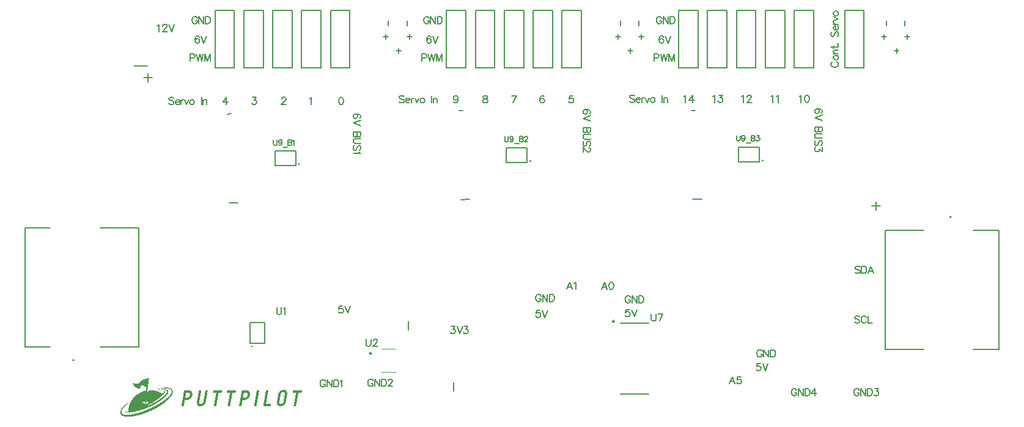
<source format=gbr>
G04*
G04 #@! TF.GenerationSoftware,Altium Limited,Altium Designer,25.1.2 (22)*
G04*
G04 Layer_Color=65535*
%FSLAX44Y44*%
%MOMM*%
G71*
G04*
G04 #@! TF.SameCoordinates,24EE1BED-7E77-41C4-A39D-8EFC6A2CB599*
G04*
G04*
G04 #@! TF.FilePolarity,Positive*
G04*
G01*
G75*
%ADD10C,0.2540*%
%ADD11C,0.2500*%
%ADD12C,0.2000*%
%ADD13C,0.2200*%
%ADD14C,0.1270*%
%ADD15C,0.1000*%
%ADD16C,0.1500*%
G36*
X246051Y179965D02*
X246367Y179915D01*
X246499Y179882D01*
X246682Y179832D01*
X246848Y179766D01*
X246914Y179732D01*
X247097Y179583D01*
X247130Y179450D01*
X247163Y179218D01*
X247130Y178986D01*
X247047Y178272D01*
X246981Y177874D01*
X246947Y177509D01*
X246848Y176613D01*
X246815Y175982D01*
X246765Y175534D01*
X246698Y175269D01*
X246665Y175036D01*
X246632Y174538D01*
X246599Y174439D01*
X246549Y173858D01*
X246516Y173526D01*
X246483Y173161D01*
X246450Y172862D01*
X246367Y172182D01*
X246334Y172049D01*
X246284Y171535D01*
X246250Y171236D01*
X246217Y170971D01*
X246184Y170407D01*
X246134Y169958D01*
X246068Y169494D01*
X246035Y169162D01*
X246002Y169029D01*
X245952Y168614D01*
X245919Y168283D01*
X245852Y167552D01*
X245819Y167220D01*
X245753Y166789D01*
X245720Y166325D01*
X245686Y166159D01*
X245653Y166026D01*
X245620Y165727D01*
X245587Y165329D01*
X245520Y164599D01*
X245487Y164300D01*
X245421Y163869D01*
X245388Y163570D01*
X245321Y163172D01*
X245288Y162773D01*
X245255Y162574D01*
X245222Y162242D01*
X245189Y161811D01*
X245122Y161280D01*
X245089Y161081D01*
X245056Y160915D01*
X245023Y160716D01*
X244989Y160317D01*
X244956Y160019D01*
X244923Y159587D01*
X244857Y158857D01*
X244823Y158592D01*
X244757Y158160D01*
X244707Y157712D01*
X244674Y157579D01*
X244624Y156766D01*
X244591Y156567D01*
X244558Y156202D01*
X244475Y155455D01*
X244442Y155323D01*
X244375Y154758D01*
X244342Y154526D01*
X244292Y153879D01*
X244259Y153281D01*
X244176Y152601D01*
X244077Y151904D01*
X244044Y151572D01*
X244010Y150942D01*
X243977Y150809D01*
X243944Y150212D01*
X243911Y150112D01*
X243878Y149780D01*
X243844Y148685D01*
X243811Y148585D01*
X243795Y147938D01*
X243828Y147872D01*
X243894Y147905D01*
X243927Y148071D01*
X243994Y148336D01*
X244044Y148519D01*
X244093Y148735D01*
X244243Y149216D01*
X244309Y149481D01*
X244359Y149697D01*
X244425Y150096D01*
X244458Y150228D01*
X244492Y150394D01*
X244657Y151390D01*
X244691Y151556D01*
X244757Y151987D01*
X244790Y152153D01*
X244823Y152352D01*
X244857Y152485D01*
X244890Y152684D01*
X244923Y152850D01*
X244973Y153298D01*
X245006Y153431D01*
X245039Y153763D01*
X245072Y153862D01*
X245122Y154178D01*
X245155Y154344D01*
X245189Y154543D01*
X245222Y154709D01*
X245288Y155107D01*
X245371Y155787D01*
X245404Y155920D01*
X245437Y156152D01*
X245471Y156285D01*
X245520Y156600D01*
X245554Y156866D01*
X245587Y157065D01*
X245620Y157231D01*
X245653Y157430D01*
X245686Y157596D01*
X245819Y158392D01*
X245852Y158558D01*
X245885Y158758D01*
X245919Y158924D01*
X245952Y159189D01*
X246051Y159853D01*
X246118Y160185D01*
X246217Y160782D01*
X246267Y161064D01*
Y161097D01*
X246350Y161645D01*
X246383Y161811D01*
X246516Y162607D01*
X246549Y162773D01*
X246665Y162956D01*
X246782Y163072D01*
X247047Y163138D01*
X247279Y163172D01*
X248308Y163205D01*
X250233Y163172D01*
X250333Y163138D01*
X251229Y163105D01*
X251328Y163072D01*
X251876Y163022D01*
X252141Y162989D01*
X252606Y162956D01*
X253203Y162923D01*
X253602Y162889D01*
X253768Y162856D01*
X253934Y162790D01*
X254315Y162674D01*
X254647Y162641D01*
X254780Y162607D01*
X255095Y162558D01*
X255278Y162508D01*
X255444Y162441D01*
X255842Y162342D01*
X256157Y162292D01*
X256323Y162259D01*
X256456Y162226D01*
X256721Y162126D01*
X257003Y162043D01*
X257136Y162010D01*
X257485Y161960D01*
X257651Y161927D01*
X257817Y161861D01*
X257999Y161778D01*
X258231Y161711D01*
X258630Y161612D01*
X259061Y161413D01*
X259277Y161363D01*
X259410Y161330D01*
X259675Y161230D01*
X260024Y161081D01*
X260156Y161047D01*
X260372Y160965D01*
X260721Y160782D01*
X261135Y160633D01*
X261484Y160450D01*
X261716Y160384D01*
X262944Y159786D01*
X263110Y159720D01*
X263342Y159587D01*
X263973Y159255D01*
X264338Y159056D01*
X264670Y158824D01*
X264886Y158741D01*
X264935Y158691D01*
X265002Y158658D01*
X265201Y158525D01*
X265699Y158293D01*
X265997Y158326D01*
X266313Y158542D01*
X266362Y158592D01*
X266429Y158625D01*
X266595Y158791D01*
X266661Y158824D01*
X267408Y159571D01*
X267441Y159637D01*
X267541Y159737D01*
X267574Y159803D01*
X267707Y159936D01*
X267740Y160002D01*
X267839Y160102D01*
X267873Y160168D01*
X267939Y160234D01*
X267972Y160301D01*
X268039Y160367D01*
X268072Y160434D01*
X268204Y160732D01*
X268238Y160965D01*
X268204Y161197D01*
X267989Y161512D01*
X267922Y161579D01*
X267624Y161711D01*
X267408Y161761D01*
X267242Y161794D01*
X266761Y161944D01*
X266296Y162110D01*
X266246Y162159D01*
X266296Y162209D01*
X266429Y162242D01*
X266661Y162276D01*
X266993Y162309D01*
X268453Y162276D01*
X268818Y162076D01*
X269051Y161944D01*
X269200Y161794D01*
X269233Y161728D01*
X269399Y161363D01*
X269432Y161230D01*
X269466Y160765D01*
X269432Y160666D01*
X269399Y160434D01*
X269001Y159670D01*
X268520Y159023D01*
X268387Y158824D01*
X268271Y158708D01*
X268238Y158641D01*
X268171Y158575D01*
X268138Y158509D01*
X267906Y158276D01*
X267873Y158210D01*
X267607Y157944D01*
X267574Y157878D01*
X266977Y157281D01*
X266943Y157214D01*
X266810Y157082D01*
X266777Y157015D01*
X266562Y156799D01*
X266495Y156766D01*
X266031Y156302D01*
X265964Y156268D01*
X265632Y155937D01*
X265566Y155903D01*
X265068Y155406D01*
X265002Y155372D01*
X264537Y154908D01*
X264471Y154874D01*
X264172Y154576D01*
X264106Y154543D01*
X263840Y154277D01*
X263774Y154244D01*
X263210Y153680D01*
X263143Y153647D01*
X262911Y153414D01*
X262845Y153381D01*
X262745Y153281D01*
X262679Y153248D01*
X262579Y153149D01*
X262513Y153116D01*
X262247Y152850D01*
X262181Y152817D01*
X262114Y152751D01*
X262048Y152717D01*
X261882Y152551D01*
X261816Y152518D01*
X261749Y152452D01*
X261683Y152419D01*
X261617Y152352D01*
X261550Y152319D01*
X261384Y152153D01*
X261318Y152120D01*
X261252Y152054D01*
X261185Y152020D01*
X261052Y151888D01*
X260986Y151854D01*
X260571Y151539D01*
X260372Y151406D01*
X260322Y151357D01*
X260256Y151323D01*
X260189Y151257D01*
X260123Y151224D01*
X260057Y151158D01*
X259990Y151124D01*
X259891Y151025D01*
X259824Y150991D01*
X259758Y150925D01*
X259692Y150892D01*
X259277Y150577D01*
X259161Y150494D01*
X258165Y149764D01*
X257933Y149598D01*
X257866Y149564D01*
X257402Y149233D01*
X257335Y149199D01*
X257269Y149133D01*
X257203Y149100D01*
X257136Y149033D01*
X256904Y148901D01*
X256472Y148602D01*
X256406Y148569D01*
X256306Y148469D01*
X256240Y148436D01*
X256008Y148270D01*
X255941Y148237D01*
X255510Y147938D01*
X255444Y147905D01*
X255311Y147772D01*
X255245Y147739D01*
X254830Y147424D01*
X254564Y147258D01*
X254149Y147009D01*
X254083Y146976D01*
X254016Y146909D01*
X253950Y146876D01*
X253884Y146810D01*
X253817Y146777D01*
X253403Y146495D01*
X253120Y146345D01*
X252888Y146179D01*
X252822Y146146D01*
X252523Y145980D01*
X252291Y145814D01*
X252058Y145715D01*
X251992Y145681D01*
X251760Y145515D01*
X251328Y145283D01*
X250963Y145084D01*
X250731Y144918D01*
X250299Y144686D01*
X250067Y144520D01*
X249636Y144288D01*
X249403Y144155D01*
X249171Y143989D01*
X246715Y142695D01*
X246217Y142429D01*
X245985Y142296D01*
X245421Y141998D01*
X245056Y141798D01*
X244558Y141533D01*
X244292Y141367D01*
X244077Y141284D01*
X243960Y141234D01*
X243529Y141035D01*
X242766Y140670D01*
X242533Y140537D01*
X242235Y140405D01*
X242069Y140338D01*
X241836Y140205D01*
X241671Y140106D01*
X241256Y139957D01*
X241106Y139807D01*
X240940Y139741D01*
X240808Y139708D01*
X240592Y139625D01*
X240492Y139525D01*
X240509Y139442D01*
X240642Y139409D01*
X240924Y139459D01*
X241106Y139575D01*
X241339Y139674D01*
X241471Y139708D01*
X241687Y139757D01*
X241803Y139807D01*
X242002Y139940D01*
X242235Y140006D01*
X242367Y140040D01*
X242583Y140122D01*
X242832Y140272D01*
X243015Y140322D01*
X243147Y140355D01*
X243313Y140421D01*
X243695Y140604D01*
X243861Y140670D01*
X244359Y140902D01*
X244873Y141085D01*
X245255Y141267D01*
X245421Y141334D01*
X245637Y141417D01*
X246018Y141599D01*
X246184Y141666D01*
X246450Y141765D01*
X246881Y141964D01*
X247097Y142047D01*
X247147Y142097D01*
X247578Y142296D01*
X248009Y142529D01*
X248242Y142628D01*
X250333Y143690D01*
X250399Y143757D01*
X251527Y144354D01*
X251693Y144453D01*
X252125Y144686D01*
X252689Y144985D01*
X252921Y145117D01*
X253286Y145316D01*
X253552Y145482D01*
X253851Y145648D01*
X255045Y146279D01*
X255543Y146544D01*
X255742Y146677D01*
X256107Y146876D01*
X256340Y147042D01*
X256638Y147208D01*
X256838Y147341D01*
X257734Y147806D01*
X257966Y147971D01*
X258265Y148137D01*
X258331Y148204D01*
X258397Y148237D01*
X258663Y148403D01*
X258729Y148436D01*
X258962Y148602D01*
X259260Y148768D01*
X259327Y148834D01*
X259393Y148868D01*
X259659Y149033D01*
X259725Y149067D01*
X259791Y149133D01*
X259858Y149166D01*
X260123Y149332D01*
X260189Y149365D01*
X260256Y149432D01*
X260322Y149465D01*
X260654Y149697D01*
X260721Y149730D01*
X260787Y149797D01*
X260853Y149830D01*
X261086Y149996D01*
X261152Y150029D01*
X261218Y150096D01*
X261285Y150129D01*
X261517Y150295D01*
X261583Y150328D01*
X262280Y150826D01*
X262347Y150859D01*
X262645Y151091D01*
X262878Y151257D01*
X262944Y151290D01*
X263110Y151456D01*
X263176Y151489D01*
X263641Y151821D01*
X263707Y151854D01*
X263774Y151921D01*
X263840Y151954D01*
X263907Y152020D01*
X263973Y152054D01*
X264039Y152120D01*
X264106Y152153D01*
X265002Y152850D01*
X265135Y152983D01*
X265201Y153016D01*
X265301Y153116D01*
X265367Y153149D01*
X265500Y153281D01*
X265566Y153315D01*
X265699Y153448D01*
X265765Y153481D01*
X265997Y153713D01*
X266064Y153746D01*
X266263Y153945D01*
X266329Y153979D01*
X266396Y154045D01*
X266462Y154078D01*
X266595Y154211D01*
X266661Y154244D01*
X266860Y154443D01*
X266927Y154476D01*
X267126Y154675D01*
X267192Y154709D01*
X268022Y155538D01*
X268088Y155571D01*
X268453Y155937D01*
X268520Y155970D01*
X268885Y156335D01*
X268951Y156368D01*
X269001Y156418D01*
X269034Y156484D01*
X269399Y156849D01*
X269432Y156916D01*
X269997Y157480D01*
X270030Y157546D01*
X270196Y157712D01*
X270229Y157779D01*
X270395Y157944D01*
X270428Y158011D01*
X270693Y158276D01*
X270727Y158343D01*
X271059Y158807D01*
X271092Y158874D01*
X271390Y159305D01*
X271424Y159372D01*
X271556Y159571D01*
X271855Y160201D01*
X271938Y160417D01*
X271971Y160583D01*
X272005Y160716D01*
X272038Y160915D01*
X272054Y161496D01*
X272021Y161595D01*
X271971Y161778D01*
X271872Y162043D01*
X271789Y162126D01*
X271756Y162192D01*
X271590Y162358D01*
X271556Y162425D01*
X271440Y162541D01*
X271374Y162574D01*
X271142Y162740D01*
X271075Y162773D01*
X271009Y162840D01*
X270942Y162873D01*
X270710Y162972D01*
X270544Y163039D01*
X270179Y163205D01*
X269963Y163255D01*
X269698Y163288D01*
X269300Y163354D01*
X269167Y163387D01*
X268885Y163470D01*
X268752Y163503D01*
X268520Y163537D01*
X268088Y163570D01*
X266877Y163586D01*
X265383Y163553D01*
X264687Y163520D01*
X264321Y163487D01*
X263525Y163354D01*
X263359Y163321D01*
X262911Y163271D01*
X262231Y163221D01*
X261965Y163188D01*
X261567Y163122D01*
X261401Y163055D01*
X261268Y163022D01*
X260820Y162972D01*
X260488Y162939D01*
X260389Y162972D01*
X260189Y163006D01*
X260140Y163055D01*
X260189Y163172D01*
X260422Y163238D01*
X260555Y163271D01*
X261185Y163304D01*
X261285Y163337D01*
X261583Y163470D01*
X261816Y163537D01*
X261949Y163570D01*
X262347Y163636D01*
X262728Y163719D01*
X262861Y163752D01*
X263044Y163802D01*
X263442Y163902D01*
X264006Y163935D01*
X264106Y163968D01*
X264421Y164018D01*
X264587Y164051D01*
X264720Y164084D01*
X264886Y164117D01*
X265284Y164184D01*
X265848Y164217D01*
X266777Y164250D01*
X267342Y164283D01*
X268271Y164350D01*
X269416Y164366D01*
X269515Y164333D01*
X269897Y164283D01*
X270345Y164234D01*
X270826Y164151D01*
X270959Y164117D01*
X271125Y164051D01*
X271507Y163935D01*
X271639Y163902D01*
X271955Y163785D01*
X272668Y163404D01*
X272735Y163337D01*
X272801Y163304D01*
X272901Y163205D01*
X272967Y163172D01*
X273183Y162956D01*
X273216Y162889D01*
X273448Y162657D01*
X273481Y162591D01*
X273548Y162524D01*
X273581Y162392D01*
X273813Y161894D01*
X273880Y161628D01*
X273913Y161396D01*
X273946Y160965D01*
X273913Y160334D01*
X273880Y160234D01*
X273830Y159820D01*
X273780Y159637D01*
X273714Y159471D01*
X273598Y159156D01*
X273514Y158940D01*
X273398Y158625D01*
X273083Y157978D01*
X272950Y157779D01*
X272818Y157546D01*
X272685Y157347D01*
X272486Y156982D01*
X272336Y156799D01*
X272253Y156683D01*
X271955Y156385D01*
X271922Y156318D01*
X271772Y156136D01*
X271722Y156086D01*
X271689Y156020D01*
X271623Y155953D01*
X271590Y155887D01*
X271457Y155754D01*
X271424Y155688D01*
X271291Y155555D01*
X271258Y155489D01*
X271108Y155339D01*
X271042Y155306D01*
X270926Y155190D01*
X270893Y155124D01*
X270777Y155007D01*
X270710Y154974D01*
X270594Y154858D01*
X270561Y154792D01*
X270511Y154742D01*
X270445Y154709D01*
X269748Y154012D01*
X269681Y153979D01*
X269217Y153514D01*
X269150Y153481D01*
X269018Y153348D01*
X268951Y153315D01*
X268852Y153215D01*
X268785Y153182D01*
X268652Y153049D01*
X268586Y153016D01*
X268387Y152817D01*
X268321Y152784D01*
X268254Y152717D01*
X268188Y152684D01*
X267989Y152485D01*
X267922Y152452D01*
X267690Y152286D01*
X267507Y152136D01*
X267458Y152087D01*
X267391Y152054D01*
X266960Y151622D01*
X266894Y151589D01*
X266794Y151489D01*
X266728Y151456D01*
X266661Y151390D01*
X266595Y151357D01*
X266495Y151257D01*
X266429Y151224D01*
X266362Y151158D01*
X266296Y151124D01*
X266130Y150958D01*
X266064Y150925D01*
X265765Y150693D01*
X265350Y150378D01*
X265267Y150295D01*
X265201Y150261D01*
X265135Y150195D01*
X265068Y150162D01*
X264935Y150029D01*
X264869Y149996D01*
X264803Y149930D01*
X264736Y149896D01*
X264438Y149664D01*
X264255Y149515D01*
X263973Y149299D01*
X263907Y149266D01*
X263608Y149033D01*
X263376Y148868D01*
X263309Y148834D01*
X263176Y148702D01*
X263110Y148668D01*
X262845Y148502D01*
X262778Y148469D01*
X262712Y148403D01*
X262479Y148270D01*
X262015Y147938D01*
X261949Y147905D01*
X261849Y147806D01*
X261782Y147772D01*
X261683Y147673D01*
X261517Y147573D01*
X261418Y147474D01*
X261351Y147440D01*
X261285Y147374D01*
X260986Y147208D01*
X260920Y147142D01*
X260488Y146909D01*
X260422Y146843D01*
X260123Y146677D01*
X259891Y146511D01*
X259824Y146478D01*
X259526Y146312D01*
X259459Y146246D01*
X259393Y146213D01*
X259194Y146080D01*
X258962Y145947D01*
X258762Y145814D01*
X258530Y145681D01*
X258464Y145615D01*
X258397Y145582D01*
X258132Y145416D01*
X257899Y145283D01*
X257833Y145217D01*
X257335Y144951D01*
X256970Y144752D01*
X256738Y144586D01*
X255742Y144055D01*
X255543Y143923D01*
X255112Y143690D01*
X254913Y143557D01*
X254050Y143093D01*
X253851Y142960D01*
X252822Y142429D01*
X252623Y142296D01*
X252407Y142213D01*
X252208Y142080D01*
X251859Y141931D01*
X251494Y141732D01*
X251162Y141599D01*
X250864Y141433D01*
X250565Y141301D01*
X250349Y141218D01*
X250299Y141168D01*
X250233Y141135D01*
X249934Y141002D01*
X249769Y140935D01*
X249138Y140637D01*
X248574Y140371D01*
X247943Y140073D01*
X247777Y140006D01*
X247711Y139973D01*
X247479Y139840D01*
X247246Y139741D01*
X247030Y139658D01*
X246682Y139475D01*
X246267Y139326D01*
X245985Y139177D01*
X245819Y139110D01*
X245504Y138994D01*
X245222Y138845D01*
X245056Y138778D01*
X244873Y138729D01*
X244591Y138579D01*
X244359Y138480D01*
X243944Y138330D01*
X243894Y138280D01*
X243662Y138181D01*
X243529Y138148D01*
X243297Y138081D01*
X242733Y137816D01*
X242517Y137766D01*
X242351Y137700D01*
X241936Y137517D01*
X241803Y137484D01*
X241621Y137434D01*
X241455Y137368D01*
X241106Y137219D01*
X240841Y137152D01*
X240625Y137069D01*
X240459Y137003D01*
X240277Y136920D01*
X239912Y136820D01*
X239613Y136687D01*
X239447Y136621D01*
X239215Y136555D01*
X239082Y136522D01*
X238767Y136405D01*
X238601Y136339D01*
X238451Y136289D01*
X238319Y136256D01*
X238086Y136190D01*
X237671Y136040D01*
X237489Y135957D01*
X237356Y135924D01*
X237140Y135874D01*
X237008Y135841D01*
X236676Y135708D01*
X236493Y135625D01*
X236211Y135576D01*
X236045Y135542D01*
X235780Y135443D01*
X235614Y135377D01*
X235464Y135327D01*
X234950Y135211D01*
X234502Y135028D01*
X234270Y134962D01*
X233954Y134912D01*
X233822Y134879D01*
X233456Y134746D01*
X233274Y134696D01*
X233141Y134663D01*
X232909Y134630D01*
X232776Y134597D01*
X232594Y134547D01*
X232013Y134364D01*
X231880Y134331D01*
X231648Y134298D01*
X231515Y134265D01*
X231332Y134215D01*
X230851Y134066D01*
X230718Y134032D01*
X230403Y133983D01*
X230204Y133949D01*
X230071Y133916D01*
X229889Y133867D01*
X229457Y133734D01*
X229175Y133684D01*
X228777Y133618D01*
X228644Y133584D01*
X228163Y133435D01*
X227234Y133302D01*
X227101Y133269D01*
X226869Y133203D01*
X226470Y133103D01*
X226238Y133070D01*
X226105Y133037D01*
X225690Y132987D01*
X225193Y132887D01*
X225060Y132854D01*
X224662Y132788D01*
X223932Y132722D01*
X223666Y132688D01*
X223002Y132589D01*
X222670Y132522D01*
X221924Y132439D01*
X221691Y132406D01*
X221177Y132356D01*
X220779Y132290D01*
X220613Y132257D01*
X220480Y132224D01*
X220314Y132191D01*
X220049Y132157D01*
X218588Y132091D01*
X216547Y132041D01*
X216315Y132074D01*
X215469Y132124D01*
X215269Y132157D01*
X214871Y132257D01*
X214705Y132290D01*
X214523Y132340D01*
X214390Y132373D01*
X214075Y132489D01*
X213826Y132639D01*
X213394Y132871D01*
X213328Y132937D01*
X213262Y132970D01*
X213195Y133037D01*
X213129Y133070D01*
X213062Y133136D01*
X212996Y133169D01*
X212913Y133286D01*
X212681Y133518D01*
X212648Y133584D01*
X212581Y133651D01*
X212448Y133949D01*
X212432Y134099D01*
X212531Y134132D01*
X213029Y133867D01*
X213228Y133734D01*
X213842Y133518D01*
X214124Y133435D01*
X214357Y133402D01*
X214489Y133369D01*
X215319Y133336D01*
X216846Y133302D01*
X218041Y133336D01*
X218140Y133369D01*
X218339Y133402D01*
X218406Y133468D01*
X218456Y133485D01*
X218522Y133651D01*
X218538Y133800D01*
X218522Y133817D01*
X218555Y133916D01*
X218638Y135858D01*
X218671Y136256D01*
X218704Y136522D01*
X218771Y136920D01*
X218804Y137086D01*
X218837Y137219D01*
X218870Y137418D01*
X218904Y137716D01*
X218937Y137982D01*
X218970Y138181D01*
X219036Y138546D01*
X219069Y138745D01*
X219103Y138878D01*
X219136Y139044D01*
X219186Y139226D01*
X219252Y139459D01*
X219368Y140006D01*
X219418Y140189D01*
X219517Y140521D01*
X219584Y140786D01*
X219667Y141201D01*
X219833Y141666D01*
X219883Y141848D01*
X219949Y142080D01*
X220015Y142247D01*
X220098Y142462D01*
X220181Y142645D01*
X220214Y142778D01*
X220264Y142960D01*
X220463Y143491D01*
X220546Y143773D01*
X220662Y144088D01*
X220945Y144702D01*
X220978Y144769D01*
X221442Y145764D01*
X221509Y145930D01*
X222239Y147357D01*
X222405Y147590D01*
X222869Y148453D01*
X223102Y148818D01*
X223135Y148884D01*
X223201Y148951D01*
X223235Y149017D01*
X223301Y149083D01*
X223334Y149150D01*
X223467Y149349D01*
X223500Y149415D01*
X224131Y150311D01*
X224164Y150378D01*
X224230Y150444D01*
X224263Y150510D01*
X224396Y150709D01*
X224429Y150776D01*
X224529Y150875D01*
X224562Y150942D01*
X224662Y151041D01*
X224695Y151108D01*
X224794Y151207D01*
X224828Y151274D01*
X224894Y151340D01*
X224927Y151406D01*
X224993Y151473D01*
X225027Y151539D01*
X225259Y151838D01*
X225359Y151937D01*
X225392Y152004D01*
X225591Y152203D01*
X225624Y152269D01*
X225724Y152369D01*
X225757Y152435D01*
X225856Y152535D01*
X225890Y152601D01*
X225989Y152701D01*
X226022Y152767D01*
X226321Y153066D01*
X226354Y153132D01*
X226985Y153763D01*
X227018Y153829D01*
X227416Y154227D01*
X227449Y154294D01*
X228097Y154941D01*
X228163Y154974D01*
X228428Y155240D01*
X228495Y155273D01*
X228561Y155339D01*
X228628Y155372D01*
X228727Y155472D01*
X228794Y155505D01*
X228960Y155671D01*
X229026Y155704D01*
X229225Y155903D01*
X229291Y155937D01*
X229424Y156069D01*
X229491Y156103D01*
X229657Y156268D01*
X229723Y156302D01*
X229789Y156368D01*
X229856Y156401D01*
X230055Y156600D01*
X230121Y156634D01*
X230187Y156700D01*
X230254Y156733D01*
X230387Y156866D01*
X230453Y156899D01*
X230519Y156965D01*
X230586Y156999D01*
X231050Y157331D01*
X231117Y157364D01*
X231250Y157496D01*
X231316Y157530D01*
X231614Y157762D01*
X232179Y158160D01*
X232245Y158193D01*
X232776Y158525D01*
X233008Y158658D01*
X233208Y158791D01*
X233440Y158924D01*
X233639Y159056D01*
X234070Y159289D01*
X234137Y159355D01*
X234568Y159587D01*
X234767Y159720D01*
X234950Y159770D01*
X235116Y159836D01*
X235630Y160118D01*
X235763Y160152D01*
X235995Y160317D01*
X236327Y160450D01*
X236626Y160616D01*
X236792Y160683D01*
X236925Y160716D01*
X237240Y160832D01*
X237489Y160981D01*
X237671Y161031D01*
X237804Y161064D01*
X238070Y161164D01*
X238418Y161313D01*
X238650Y161379D01*
X238866Y161462D01*
X239281Y161645D01*
X239513Y161678D01*
X239646Y161711D01*
X239862Y161761D01*
X240028Y161828D01*
X240210Y161910D01*
X240426Y161960D01*
X240824Y162027D01*
X240957Y162060D01*
X241222Y162159D01*
X241438Y162242D01*
X241836Y162309D01*
X242251Y162358D01*
X242417Y162392D01*
X242550Y162425D01*
X242716Y162491D01*
X242899Y162541D01*
X243280Y162624D01*
X243396Y162674D01*
X243479Y162724D01*
X243546Y162889D01*
X243579Y163620D01*
X243612Y163719D01*
X243662Y164366D01*
X243695Y164665D01*
X243728Y165030D01*
X243761Y165428D01*
X243795Y165760D01*
X243811Y166109D01*
X243678Y166341D01*
X243596Y166424D01*
X243297Y166590D01*
X243230Y166656D01*
X243164Y166689D01*
X242849Y166905D01*
X242733Y167021D01*
X242666Y167055D01*
X242500Y167220D01*
X242434Y167254D01*
X242135Y167552D01*
X242069Y167586D01*
X241836Y167818D01*
X241770Y167851D01*
X241571Y168050D01*
X241505Y168083D01*
X241322Y168233D01*
X241206Y168349D01*
X241140Y168382D01*
X240957Y168531D01*
X240708Y168681D01*
X240575Y168714D01*
X240260Y168930D01*
X240044Y169013D01*
X239878Y169079D01*
X239812Y169112D01*
X239613Y169245D01*
X239381Y169311D01*
X239248Y169345D01*
X239065Y169394D01*
X238932Y169428D01*
X238717Y169510D01*
X238584Y169544D01*
X238352Y169577D01*
X237821Y169610D01*
X237107Y169560D01*
X236941Y169527D01*
X236726Y169444D01*
X236493Y169411D01*
X236360Y169378D01*
X236045Y169328D01*
X235912Y169295D01*
X235796Y169245D01*
X235614Y169096D01*
X235464Y169046D01*
X235332Y169013D01*
X235000Y168979D01*
X234817Y168830D01*
X234834Y168714D01*
X235066Y168681D01*
X235431Y168714D01*
X235730Y168880D01*
X235829Y168913D01*
X236161Y168946D01*
X236294Y168979D01*
X236626Y168946D01*
X236709Y168863D01*
X236676Y168697D01*
X236576Y168598D01*
X236543Y168531D01*
X236477Y168465D01*
X236443Y168399D01*
X236112Y167702D01*
X235995Y167386D01*
X235647Y166640D01*
X235514Y166407D01*
X235448Y166341D01*
X235415Y166275D01*
X235099Y165959D01*
X235033Y165926D01*
X234967Y165860D01*
X234900Y165827D01*
X234568Y165594D01*
X234402Y165528D01*
X234170Y165495D01*
X234037Y165462D01*
X233822Y165412D01*
X233639Y165362D01*
X233506Y165329D01*
X233174Y165296D01*
X233042Y165262D01*
X232577Y165296D01*
X232477Y165329D01*
X232311Y165395D01*
X231980Y165495D01*
X231598Y165578D01*
X231316Y165727D01*
X231150Y165793D01*
X230934Y165843D01*
X230768Y165910D01*
X230353Y166125D01*
X229988Y166325D01*
X229723Y166490D01*
X229657Y166524D01*
X229491Y166689D01*
X229424Y166723D01*
X229358Y166789D01*
X229291Y166822D01*
X229225Y166889D01*
X229159Y166922D01*
X228180Y167901D01*
X228146Y167967D01*
X228030Y168050D01*
X227914Y168166D01*
X227881Y168233D01*
X227615Y168498D01*
X227582Y168565D01*
X227184Y169096D01*
X226703Y169743D01*
X226537Y170008D01*
X226404Y170208D01*
X226255Y170490D01*
X226022Y170821D01*
X225624Y171552D01*
X225458Y171784D01*
X225425Y171850D01*
X225292Y172049D01*
X225193Y172215D01*
X225060Y172414D01*
X224960Y172647D01*
X224761Y173145D01*
X224778Y173360D01*
X224911Y173393D01*
X225043Y173360D01*
X225209Y173194D01*
X225276Y173161D01*
X225591Y172945D01*
X225641Y172896D01*
X225707Y172862D01*
X226205Y172597D01*
X226504Y172464D01*
X226819Y172348D01*
X226869Y172298D01*
X227101Y172199D01*
X227499Y172132D01*
X227632Y172099D01*
X227831Y172066D01*
X227997Y172000D01*
X228263Y171933D01*
X228495Y171900D01*
X228926Y171867D01*
X229657Y171834D01*
X230785Y171867D01*
X230884Y171900D01*
X231183Y171966D01*
X231415Y172066D01*
X231648Y172132D01*
X231930Y172182D01*
X232096Y172248D01*
X232345Y172398D01*
X232577Y172497D01*
X232743Y172597D01*
X232975Y172763D01*
X233042Y172796D01*
X233274Y172962D01*
X233340Y172995D01*
X233407Y173062D01*
X233473Y173095D01*
X233705Y173261D01*
X233838Y173393D01*
X233904Y173427D01*
X234087Y173576D01*
X234153Y173609D01*
X234187Y173676D01*
X234319Y173808D01*
X234353Y173875D01*
X234552Y174074D01*
X234585Y174140D01*
X234751Y174306D01*
X234767Y174356D01*
X234834Y174389D01*
X235016Y174572D01*
X235049Y174638D01*
X235099Y174688D01*
X235166Y174721D01*
X235348Y174904D01*
X235381Y174970D01*
X235481Y175070D01*
X235514Y175136D01*
X235581Y175202D01*
X235614Y175269D01*
X235879Y175534D01*
X235912Y175600D01*
X235979Y175667D01*
X236012Y175733D01*
X236278Y175999D01*
X236294Y176049D01*
X236360Y176082D01*
X236659Y176380D01*
X236726Y176414D01*
X236891Y176580D01*
X236958Y176613D01*
X237024Y176679D01*
X237091Y176712D01*
X237157Y176779D01*
X237207Y176795D01*
X237223Y176845D01*
X237290Y176878D01*
X237705Y177160D01*
X237754Y177210D01*
X237821Y177243D01*
X238136Y177459D01*
X238285Y177542D01*
X238501Y177625D01*
X238883Y177808D01*
X239049Y177874D01*
X239264Y177957D01*
X239381Y178007D01*
X239679Y178139D01*
X239812Y178173D01*
X240011Y178206D01*
X240177Y178272D01*
X240310Y178305D01*
X240741Y178438D01*
X241438Y178538D01*
X241571Y178571D01*
X242002Y178604D01*
X243662Y178571D01*
X243761Y178538D01*
X244475Y178488D01*
X244591Y178471D01*
X244691Y178505D01*
X244757Y178538D01*
X244840Y178587D01*
X244873Y178654D01*
X244940Y178820D01*
X244973Y179550D01*
X245105Y179782D01*
X245222Y179898D01*
X245388Y179965D01*
X245720Y179998D01*
X246051Y179965D01*
D02*
G37*
G36*
X257883Y164449D02*
X257949Y164416D01*
X257866Y164333D01*
X257518Y164350D01*
X257535Y164433D01*
X257767Y164466D01*
X257866D01*
X257883Y164449D01*
D02*
G37*
G36*
X271341Y166723D02*
X272967Y166689D01*
X273067Y166656D01*
X273382Y166607D01*
X273548Y166573D01*
X273747Y166540D01*
X274427Y166457D01*
X274759Y166424D01*
X275074Y166374D01*
X275655Y166192D01*
X275788Y166159D01*
X276020Y166125D01*
X276236Y166075D01*
X276402Y166009D01*
X276883Y165793D01*
X277182Y165627D01*
X277481Y165495D01*
X278211Y165096D01*
X278393Y164947D01*
X278443Y164897D01*
X278509Y164864D01*
X278576Y164798D01*
X278642Y164765D01*
X278791Y164615D01*
X278825Y164549D01*
X278941Y164466D01*
X278991Y164416D01*
X279007Y164366D01*
X279057Y164350D01*
X279090Y164283D01*
X279289Y164084D01*
X279322Y164018D01*
X279522Y163819D01*
X279754Y163387D01*
X279953Y162956D01*
X280119Y162591D01*
X280185Y162325D01*
X280219Y162093D01*
X280252Y161960D01*
X280285Y161628D01*
X280318Y161496D01*
X280285Y160400D01*
X280252Y160301D01*
X280202Y159720D01*
X280169Y159554D01*
X280053Y159172D01*
X279920Y158641D01*
X279771Y158227D01*
X279654Y158011D01*
X279505Y157596D01*
X279356Y157314D01*
X279289Y157148D01*
X279206Y156932D01*
X279123Y156816D01*
X278991Y156617D01*
X278957Y156551D01*
X278758Y156186D01*
X278626Y155953D01*
X278410Y155638D01*
X278260Y155389D01*
X278128Y155157D01*
X278061Y155090D01*
X278028Y155024D01*
X277812Y154709D01*
X277680Y154509D01*
X277597Y154426D01*
X277563Y154360D01*
X277447Y154277D01*
X277215Y153912D01*
X277099Y153796D01*
X277066Y153730D01*
X276999Y153663D01*
X276966Y153597D01*
X276866Y153497D01*
X276833Y153431D01*
X276734Y153331D01*
X276701Y153265D01*
X276551Y153082D01*
X276369Y152900D01*
X276336Y152833D01*
X276269Y152767D01*
X276236Y152701D01*
X276136Y152601D01*
X276103Y152535D01*
X275954Y152385D01*
X275888Y152352D01*
X275805Y152236D01*
X275655Y152054D01*
X275473Y151871D01*
X275439Y151805D01*
X274328Y150693D01*
X274278Y150676D01*
X274261Y150626D01*
X274195Y150593D01*
X273797Y150195D01*
X273730Y150162D01*
X273631Y150062D01*
X273564Y150029D01*
X273514Y149979D01*
X273481Y149913D01*
X272735Y149166D01*
X272668Y149133D01*
X272619Y149083D01*
X272585Y149017D01*
X272469Y148934D01*
X272403Y148868D01*
X272336Y148834D01*
X272204Y148702D01*
X272137Y148668D01*
X272038Y148569D01*
X271971Y148536D01*
X271922Y148486D01*
X271888Y148420D01*
X271805Y148336D01*
X271739Y148303D01*
X271540Y148104D01*
X271474Y148071D01*
X271075Y147673D01*
X271009Y147640D01*
X270677Y147308D01*
X270611Y147275D01*
X270478Y147142D01*
X270411Y147108D01*
X270345Y147042D01*
X270279Y147009D01*
X270179Y146909D01*
X270113Y146876D01*
X270013Y146777D01*
X269947Y146743D01*
X269764Y146594D01*
X269648Y146511D01*
X269549Y146412D01*
X269482Y146378D01*
X269184Y146146D01*
X268769Y145831D01*
X268652Y145748D01*
X268470Y145598D01*
X268387Y145515D01*
X268321Y145482D01*
X268138Y145333D01*
X268022Y145217D01*
X267955Y145184D01*
X267076Y144537D01*
X266877Y144404D01*
X266827Y144354D01*
X266761Y144321D01*
X266694Y144254D01*
X266628Y144221D01*
X266562Y144155D01*
X266495Y144122D01*
X266429Y144055D01*
X266362Y144022D01*
X266296Y143956D01*
X266230Y143923D01*
X265931Y143690D01*
X265516Y143375D01*
X265466Y143325D01*
X265234Y143192D01*
X265168Y143126D01*
X265101Y143093D01*
X265002Y142993D01*
X264703Y142827D01*
X264637Y142761D01*
X264570Y142728D01*
X264504Y142661D01*
X264205Y142495D01*
X263873Y142263D01*
X263641Y142130D01*
X263575Y142064D01*
X263508Y142031D01*
X263044Y141699D01*
X262679Y141500D01*
X262612Y141433D01*
X262380Y141301D01*
X262148Y141135D01*
X262081Y141102D01*
X261782Y140935D01*
X261550Y140770D01*
X261185Y140570D01*
X260986Y140438D01*
X260621Y140239D01*
X260422Y140106D01*
X260123Y139940D01*
X259924Y139807D01*
X259858Y139774D01*
X259625Y139641D01*
X259393Y139475D01*
X259028Y139276D01*
X258829Y139143D01*
X258696Y139110D01*
X258331Y138878D01*
X257335Y138347D01*
X257103Y138181D01*
X256738Y137982D01*
X256240Y137716D01*
X255975Y137550D01*
X255643Y137418D01*
X252490Y135858D01*
X250034Y134663D01*
X249403Y134364D01*
X249072Y134232D01*
X248640Y134032D01*
X248458Y133983D01*
X248126Y133817D01*
X247910Y133734D01*
X247495Y133584D01*
X247246Y133435D01*
X247030Y133385D01*
X246665Y133252D01*
X246383Y133103D01*
X246250Y133070D01*
X246035Y132987D01*
X245869Y132921D01*
X245520Y132771D01*
X245205Y132655D01*
X244923Y132506D01*
X244691Y132439D01*
X244375Y132323D01*
X244326Y132273D01*
X244259Y132240D01*
X244027Y132141D01*
X243512Y131958D01*
X243463Y131908D01*
X243330Y131875D01*
X243164Y131809D01*
X243031Y131776D01*
X242865Y131709D01*
X242567Y131576D01*
X242135Y131444D01*
X241919Y131361D01*
X241505Y131178D01*
X241322Y131129D01*
X241156Y131095D01*
X240774Y130913D01*
X240426Y130830D01*
X240161Y130730D01*
X239978Y130647D01*
X239812Y130581D01*
X239547Y130514D01*
X239314Y130448D01*
X239016Y130315D01*
X238783Y130249D01*
X238385Y130149D01*
X238169Y130066D01*
X238003Y130000D01*
X237787Y129917D01*
X237655Y129884D01*
X237339Y129834D01*
X237174Y129768D01*
X236891Y129652D01*
X236626Y129585D01*
X236410Y129535D01*
X236278Y129502D01*
X235829Y129320D01*
X235614Y129270D01*
X235415Y129237D01*
X235149Y129170D01*
X234734Y128988D01*
X234601Y128955D01*
X234369Y128921D01*
X234236Y128888D01*
X234054Y128839D01*
X233788Y128739D01*
X233573Y128656D01*
X233058Y128540D01*
X232693Y128407D01*
X232511Y128357D01*
X232278Y128324D01*
X232146Y128291D01*
X231913Y128258D01*
X231780Y128224D01*
X231250Y128059D01*
X231117Y128025D01*
X230602Y127942D01*
X230470Y127909D01*
X229889Y127727D01*
X229573Y127677D01*
X229374Y127644D01*
X229042Y127577D01*
X228644Y127478D01*
X228362Y127395D01*
X228130Y127362D01*
X227715Y127312D01*
X227582Y127279D01*
X227416Y127245D01*
X227283Y127212D01*
X227101Y127163D01*
X226869Y127096D01*
X226404Y127030D01*
X226072Y126996D01*
X225939Y126963D01*
X225591Y126914D01*
X225458Y126880D01*
X225276Y126831D01*
X225010Y126764D01*
X224678Y126731D01*
X224147Y126698D01*
X223716Y126665D01*
X223484Y126631D01*
X223168Y126582D01*
X222903Y126549D01*
X222504Y126482D01*
X222239Y126449D01*
X221874Y126416D01*
X221343Y126383D01*
X220978Y126349D01*
X220513Y126316D01*
X220248Y126283D01*
X218256Y126183D01*
X218041Y126167D01*
X217941Y126200D01*
X217178Y126233D01*
X217078Y126266D01*
X216431Y126316D01*
X215601Y126349D01*
X215269Y126383D01*
X214904Y126416D01*
X214473Y126482D01*
X214307Y126515D01*
X214108Y126549D01*
X213942Y126582D01*
X213544Y126648D01*
X213278Y126681D01*
X213079Y126714D01*
X212813Y126781D01*
X212531Y126897D01*
X212199Y126996D01*
X211984Y127046D01*
X211818Y127079D01*
X211486Y127212D01*
X211270Y127295D01*
X211138Y127328D01*
X210922Y127411D01*
X210872Y127461D01*
X210806Y127494D01*
X210640Y127594D01*
X210424Y127677D01*
X210258Y127743D01*
X210142Y127859D01*
X209710Y128092D01*
X209478Y128258D01*
X209412Y128291D01*
X209113Y128523D01*
X208930Y128673D01*
X208499Y129104D01*
X208466Y129170D01*
X208400Y129237D01*
X208366Y129303D01*
X208300Y129369D01*
X208267Y129436D01*
X208101Y129668D01*
X208068Y129735D01*
X207935Y129934D01*
X207802Y130232D01*
X207603Y130664D01*
X207537Y130896D01*
X207503Y131029D01*
X207454Y131245D01*
X207387Y131510D01*
X207354Y131709D01*
X207321Y132008D01*
X207304Y132755D01*
X207337Y132854D01*
X207387Y133236D01*
X207487Y133734D01*
X207553Y134132D01*
X207586Y134265D01*
X207669Y134447D01*
X207769Y134779D01*
X207852Y134995D01*
X207951Y135260D01*
X208383Y136123D01*
X208599Y136505D01*
X208765Y136737D01*
X208964Y137102D01*
X209030Y137169D01*
X209063Y137235D01*
X209196Y137467D01*
X209528Y137932D01*
X209561Y137998D01*
X209694Y138131D01*
X209727Y138197D01*
X209959Y138496D01*
X210158Y138695D01*
X210192Y138762D01*
X210391Y138961D01*
X210424Y139027D01*
X210723Y139326D01*
X210756Y139392D01*
X210955Y139591D01*
X210988Y139658D01*
X211287Y139957D01*
X211320Y140023D01*
X211453Y140156D01*
X211486Y140222D01*
X211785Y140521D01*
X211818Y140587D01*
X211868Y140637D01*
X211934Y140670D01*
X212017Y140753D01*
X212050Y140819D01*
X212199Y140969D01*
X212266Y141002D01*
X212863Y141599D01*
X212930Y141632D01*
X213129Y141832D01*
X213195Y141865D01*
X213295Y141964D01*
X213361Y141998D01*
X213428Y142064D01*
X213494Y142097D01*
X213726Y142329D01*
X213792Y142363D01*
X213992Y142562D01*
X214058Y142595D01*
X214158Y142695D01*
X214224Y142728D01*
X214390Y142894D01*
X214456Y142927D01*
X214639Y143076D01*
X214788Y143225D01*
X214855Y143259D01*
X214921Y143325D01*
X214987Y143358D01*
X215153Y143524D01*
X215220Y143557D01*
X215319Y143657D01*
X215386Y143690D01*
X215485Y143790D01*
X215551Y143823D01*
X216315Y144387D01*
X216547Y144553D01*
X216614Y144586D01*
X216680Y144653D01*
X216746Y144686D01*
X216846Y144785D01*
X216912Y144819D01*
X216979Y144885D01*
X217045Y144918D01*
X217145Y145018D01*
X217211Y145051D01*
X217277Y145117D01*
X217344Y145150D01*
X217808Y145482D01*
X217875Y145515D01*
X218522Y145997D01*
X218572Y146046D01*
X218937Y146246D01*
X219003Y146312D01*
X219368Y146511D01*
X219435Y146578D01*
X219501Y146611D01*
X219733Y146710D01*
X219849Y146694D01*
X219750Y146528D01*
X219634Y146412D01*
X219567Y146378D01*
X219302Y146113D01*
X219235Y146080D01*
X219003Y145914D01*
X218904Y145814D01*
X218837Y145781D01*
X218771Y145715D01*
X218704Y145681D01*
X218638Y145615D01*
X218572Y145582D01*
X218273Y145283D01*
X218207Y145250D01*
X217908Y144951D01*
X217841Y144918D01*
X217642Y144719D01*
X217576Y144686D01*
X217211Y144321D01*
X217145Y144288D01*
X216779Y143923D01*
X216713Y143889D01*
X216663Y143840D01*
X216630Y143773D01*
X216431Y143607D01*
X216116Y143292D01*
X216049Y143259D01*
X215900Y143109D01*
X215867Y143043D01*
X215684Y142860D01*
X215618Y142827D01*
X215568Y142778D01*
X215535Y142711D01*
X215352Y142529D01*
X215286Y142495D01*
X215054Y142263D01*
X214987Y142230D01*
X214871Y142114D01*
X214838Y142047D01*
X214622Y141832D01*
X214556Y141798D01*
X214489Y141699D01*
X214423Y141666D01*
X214390Y141599D01*
X214340Y141583D01*
X214324Y141533D01*
X214274Y141516D01*
X214241Y141450D01*
X213942Y141151D01*
X213909Y141085D01*
X213610Y140786D01*
X213577Y140720D01*
X213444Y140587D01*
X213411Y140521D01*
X213278Y140388D01*
X213245Y140322D01*
X213112Y140189D01*
X213079Y140122D01*
X212813Y139857D01*
X212780Y139791D01*
X212614Y139625D01*
X212581Y139558D01*
X212432Y139376D01*
X212349Y139293D01*
X212316Y139226D01*
X212166Y139044D01*
X212083Y138928D01*
X211934Y138745D01*
X211668Y138413D01*
X211552Y138264D01*
X211519Y138197D01*
X211453Y138131D01*
X211420Y138065D01*
X211254Y137799D01*
X211220Y137733D01*
X211005Y137418D01*
X210739Y137019D01*
X210523Y136638D01*
X210358Y136405D01*
X209694Y135045D01*
X209611Y134829D01*
X209511Y134563D01*
X209428Y134348D01*
X209379Y134132D01*
X209312Y133867D01*
X209279Y133701D01*
X209246Y133568D01*
X209213Y133402D01*
X209179Y133203D01*
X209163Y132323D01*
X209196Y132224D01*
X209229Y131925D01*
X209329Y131693D01*
X209445Y131377D01*
X209545Y131178D01*
X209594Y131129D01*
X209627Y131062D01*
X209760Y130863D01*
X209793Y130797D01*
X209860Y130730D01*
X209893Y130664D01*
X210026Y130531D01*
X210059Y130465D01*
X210308Y130216D01*
X210374Y130183D01*
X210441Y130116D01*
X210507Y130083D01*
X210606Y129984D01*
X210673Y129950D01*
X210739Y129884D01*
X211237Y129618D01*
X211469Y129519D01*
X211602Y129486D01*
X211818Y129403D01*
X212000Y129320D01*
X212233Y129253D01*
X212465Y129220D01*
X212979Y129137D01*
X213378Y129038D01*
X213560Y128988D01*
X213958Y128921D01*
X214290Y128888D01*
X214423Y128855D01*
X215153Y128822D01*
X215568Y128839D01*
X215900Y128805D01*
X216199Y128772D01*
X217012Y128756D01*
X217111Y128789D01*
X218090Y128839D01*
X218787Y128872D01*
X219717Y128905D01*
X220347Y128938D01*
X220746Y128971D01*
X221110Y129038D01*
X221310Y129071D01*
X221741Y129137D01*
X222189Y129187D01*
X222322Y129220D01*
X222637Y129270D01*
X222803Y129303D01*
X223069Y129369D01*
X223400Y129436D01*
X223600Y129469D01*
X223932Y129502D01*
X224197Y129535D01*
X224562Y129602D01*
X224695Y129635D01*
X224877Y129718D01*
X225276Y129817D01*
X225807Y129851D01*
X225906Y129884D01*
X226155Y129934D01*
X226338Y129984D01*
X226769Y130116D01*
X227167Y130183D01*
X227549Y130266D01*
X227765Y130349D01*
X228030Y130415D01*
X228428Y130481D01*
X228810Y130564D01*
X229391Y130747D01*
X229607Y130797D01*
X229806Y130830D01*
X229939Y130863D01*
X230204Y130962D01*
X230486Y131046D01*
X230619Y131079D01*
X230901Y131129D01*
X231067Y131162D01*
X231200Y131195D01*
X231482Y131311D01*
X231880Y131411D01*
X232129Y131460D01*
X232262Y131494D01*
X232428Y131560D01*
X232776Y131709D01*
X233158Y131792D01*
X233291Y131825D01*
X233705Y132008D01*
X233838Y132041D01*
X234054Y132091D01*
X234187Y132124D01*
X234353Y132191D01*
X234701Y132340D01*
X234834Y132373D01*
X235215Y132456D01*
X235381Y132522D01*
X235564Y132605D01*
X235796Y132672D01*
X236012Y132722D01*
X236145Y132755D01*
X236311Y132821D01*
X236493Y132904D01*
X236659Y132970D01*
X236875Y133020D01*
X237041Y133053D01*
X237174Y133087D01*
X237522Y133236D01*
X237987Y133369D01*
X238202Y133452D01*
X238584Y133634D01*
X238800Y133684D01*
X239065Y133784D01*
X239115Y133833D01*
X239281Y133900D01*
X239613Y133999D01*
X239829Y134082D01*
X240243Y134265D01*
X240459Y134314D01*
X240774Y134464D01*
X241073Y134597D01*
X241206Y134630D01*
X241521Y134746D01*
X241720Y134879D01*
X241903Y134929D01*
X242036Y134962D01*
X242600Y135227D01*
X242832Y135294D01*
X243396Y135559D01*
X243579Y135609D01*
X243861Y135758D01*
X244160Y135891D01*
X244575Y136040D01*
X244757Y136123D01*
X244923Y136190D01*
X245238Y136306D01*
X245487Y136455D01*
X245670Y136505D01*
X245802Y136538D01*
X245968Y136604D01*
X246317Y136787D01*
X246732Y136936D01*
X246981Y137086D01*
X247395Y137235D01*
X247445Y137285D01*
X247744Y137418D01*
X247910Y137484D01*
X248607Y137816D01*
X248773Y137882D01*
X249271Y138115D01*
X249437Y138181D01*
X250067Y138480D01*
X250299Y138612D01*
X250598Y138745D01*
X250764Y138812D01*
X251926Y139376D01*
X252291Y139575D01*
X252589Y139708D01*
X252805Y139791D01*
X253187Y140006D01*
X253403Y140089D01*
X253602Y140222D01*
X253950Y140371D01*
X254249Y140537D01*
X255377Y141135D01*
X255477Y141234D01*
X255792Y141350D01*
X256058Y141516D01*
X256539Y141765D01*
X256605Y141832D01*
X257700Y142396D01*
X257899Y142529D01*
X258331Y142761D01*
X258895Y143060D01*
X259094Y143192D01*
X259161Y143225D01*
X259526Y143458D01*
X259592Y143491D01*
X259891Y143657D01*
X260090Y143790D01*
X260156Y143823D01*
X260389Y143956D01*
X260621Y144122D01*
X261052Y144354D01*
X261252Y144487D01*
X261384Y144520D01*
X261451Y144586D01*
X261517Y144619D01*
X261749Y144785D01*
X262048Y144951D01*
X262247Y145084D01*
X262612Y145283D01*
X262811Y145416D01*
X263044Y145549D01*
X263143Y145648D01*
X263210Y145681D01*
X263508Y145847D01*
X263741Y146013D01*
X264039Y146179D01*
X264222Y146329D01*
X264637Y146578D01*
X264902Y146743D01*
X264969Y146777D01*
X265433Y147108D01*
X265500Y147142D01*
X265964Y147474D01*
X266031Y147507D01*
X266462Y147739D01*
X266794Y147971D01*
X266860Y148005D01*
X266927Y148071D01*
X267159Y148204D01*
X267225Y148270D01*
X267292Y148303D01*
X267823Y148702D01*
X267889Y148768D01*
X267955Y148801D01*
X268188Y148967D01*
X268254Y149000D01*
X268420Y149166D01*
X268486Y149199D01*
X268901Y149515D01*
X269018Y149598D01*
X269200Y149747D01*
X269598Y150013D01*
X269715Y150129D01*
X269781Y150162D01*
X270080Y150394D01*
X270146Y150461D01*
X270212Y150494D01*
X270511Y150726D01*
X270577Y150792D01*
X270644Y150826D01*
X270777Y150958D01*
X270843Y150991D01*
X270976Y151124D01*
X271042Y151158D01*
X271108Y151224D01*
X271175Y151257D01*
X271308Y151390D01*
X271374Y151423D01*
X271440Y151489D01*
X271507Y151523D01*
X271739Y151755D01*
X271805Y151788D01*
X271988Y151937D01*
X272137Y152087D01*
X272204Y152120D01*
X272469Y152385D01*
X272535Y152419D01*
X272701Y152585D01*
X272768Y152618D01*
X272901Y152751D01*
X272967Y152784D01*
X273033Y152850D01*
X273100Y152883D01*
X273266Y153049D01*
X273332Y153082D01*
X273398Y153149D01*
X273465Y153182D01*
X273813Y153530D01*
X273846Y153597D01*
X273996Y153746D01*
X274062Y153779D01*
X274809Y154526D01*
X274842Y154593D01*
X274991Y154742D01*
X275058Y154775D01*
X275108Y154825D01*
X275141Y154891D01*
X275273Y155024D01*
X275307Y155090D01*
X275506Y155289D01*
X275539Y155356D01*
X275705Y155522D01*
X275738Y155588D01*
X276037Y155887D01*
X276070Y155953D01*
X276369Y156252D01*
X276402Y156318D01*
X276734Y156783D01*
X276866Y157015D01*
X277016Y157198D01*
X277066Y157247D01*
X277099Y157314D01*
X277165Y157380D01*
X277198Y157447D01*
X277265Y157513D01*
X277298Y157579D01*
X277364Y157646D01*
X277497Y157878D01*
X277630Y158077D01*
X277696Y158243D01*
X277995Y158807D01*
X278327Y159504D01*
X278360Y159637D01*
X278426Y159869D01*
X278509Y160085D01*
X278559Y160268D01*
X278626Y160666D01*
X278659Y160898D01*
X278692Y161429D01*
X278642Y161944D01*
X278576Y162209D01*
X278509Y162375D01*
X278393Y162657D01*
X278194Y163022D01*
X278128Y163089D01*
X278095Y163155D01*
X278078Y163172D01*
X277995Y163288D01*
X277846Y163470D01*
X277663Y163653D01*
X277630Y163719D01*
X277514Y163835D01*
X277447Y163869D01*
X277381Y163935D01*
X277315Y163968D01*
X276983Y164200D01*
X276767Y164283D01*
X276568Y164416D01*
X276319Y164566D01*
X276136Y164615D01*
X276087Y164665D01*
X275655Y164864D01*
X275522Y164897D01*
X275357Y164964D01*
X274991Y165130D01*
X274593Y165196D01*
X274361Y165229D01*
X274228Y165262D01*
X273797Y165395D01*
X273664Y165428D01*
X273432Y165462D01*
X273000Y165495D01*
X272386Y165544D01*
X272187Y165578D01*
X271888Y165611D01*
X271490Y165677D01*
X271042Y165727D01*
X270710Y165760D01*
X269781Y165793D01*
X268686Y165760D01*
X268586Y165727D01*
X267557Y165694D01*
X267458Y165661D01*
X266412Y165611D01*
X265848Y165578D01*
X265450Y165544D01*
X265118Y165511D01*
X264653Y165478D01*
X264056Y165379D01*
X263790Y165345D01*
X263624Y165312D01*
X263492Y165279D01*
X263326Y165246D01*
X262927Y165213D01*
X262563Y165180D01*
X262231Y165146D01*
X261832Y165080D01*
X261567Y165014D01*
X261235Y164947D01*
X261102Y164914D01*
X260837Y164881D01*
X260538Y164848D01*
X260140Y164781D01*
X259775Y164715D01*
X259642Y164682D01*
X259493Y164632D01*
X259360Y164599D01*
X259028Y164566D01*
X258663Y164599D01*
X258613Y164648D01*
X258630Y164731D01*
X258796Y164798D01*
X258928Y164831D01*
X259393Y164897D01*
X259576Y164947D01*
X259692Y164997D01*
X259990Y165130D01*
X260123Y165163D01*
X260355Y165196D01*
X260488Y165229D01*
X260837Y165312D01*
X260969Y165345D01*
X261252Y165428D01*
X261384Y165462D01*
X261866Y165544D01*
X262031Y165578D01*
X262563Y165711D01*
X262894Y165777D01*
X263093Y165810D01*
X263359Y165843D01*
X263757Y165910D01*
X264023Y165976D01*
X264205Y166026D01*
X264438Y166059D01*
X264570Y166092D01*
X264803Y166125D01*
X265334Y166159D01*
X265433Y166192D01*
X265682Y166241D01*
X265881Y166275D01*
X266014Y166308D01*
X266180Y166341D01*
X266628Y166391D01*
X266860Y166424D01*
X267574Y166474D01*
X267873Y166507D01*
X268138Y166540D01*
X268536Y166607D01*
X269134Y166673D01*
X269897Y166706D01*
X271125Y166739D01*
X271241Y166756D01*
X271341Y166723D01*
D02*
G37*
G36*
X302537Y163238D02*
X302637Y163205D01*
X302952Y163155D01*
X303218Y163055D01*
X303351Y163022D01*
X303517Y162989D01*
X303882Y162923D01*
X304014Y162889D01*
X304363Y162707D01*
X304695Y162574D01*
X304927Y162408D01*
X305292Y162209D01*
X305458Y162043D01*
X305525Y162010D01*
X305707Y161861D01*
X306072Y161496D01*
X306105Y161429D01*
X306172Y161363D01*
X306205Y161297D01*
X306304Y161197D01*
X306338Y161131D01*
X306404Y161064D01*
X306437Y160998D01*
X306504Y160931D01*
X306968Y159969D01*
X307001Y159836D01*
X307068Y159604D01*
X307167Y159272D01*
X307234Y159007D01*
Y158973D01*
X307283Y158359D01*
X307300Y157480D01*
X307267Y157380D01*
X307283Y156965D01*
X307250Y156700D01*
X307184Y156368D01*
X307134Y156186D01*
X307101Y155953D01*
X307018Y155605D01*
X306918Y155206D01*
X306885Y155041D01*
X306769Y154758D01*
X306653Y154443D01*
X306553Y154178D01*
X306404Y153896D01*
X306321Y153680D01*
X306122Y153348D01*
X305972Y153066D01*
X305641Y152601D01*
X305607Y152535D01*
X305541Y152468D01*
X305508Y152402D01*
X305441Y152336D01*
X305342Y152170D01*
X305176Y152004D01*
X305143Y151937D01*
X304993Y151788D01*
X304927Y151755D01*
X304844Y151672D01*
X304811Y151606D01*
X304595Y151390D01*
X304529Y151357D01*
X304330Y151158D01*
X304263Y151124D01*
X304131Y150991D01*
X304064Y150958D01*
X303998Y150892D01*
X303766Y150759D01*
X303633Y150626D01*
X303201Y150394D01*
X303135Y150328D01*
X302903Y150228D01*
X302405Y149996D01*
X302173Y149930D01*
X302006Y149863D01*
X301575Y149664D01*
X301343Y149631D01*
X301210Y149598D01*
X300878Y149564D01*
X300745Y149531D01*
X300413Y149432D01*
X300148Y149365D01*
X299517Y149332D01*
X297194Y149299D01*
X296978Y149183D01*
X296945Y149116D01*
X296912Y149017D01*
X296879Y148884D01*
X296846Y148585D01*
X296813Y148486D01*
X296746Y148088D01*
X296713Y147955D01*
X296680Y147557D01*
X296647Y147457D01*
X296597Y147142D01*
X296514Y146860D01*
X296448Y146461D01*
X296414Y146329D01*
X296381Y145997D01*
X296298Y145615D01*
X296232Y145217D01*
X296165Y144951D01*
X296132Y144752D01*
X296099Y144487D01*
X296033Y144122D01*
X296000Y143989D01*
X295933Y143557D01*
X295900Y143425D01*
X295833Y143093D01*
X295668Y142097D01*
X295634Y141931D01*
X295601Y141732D01*
X295502Y141334D01*
X295452Y141218D01*
X295369Y141135D01*
X295137Y141068D01*
X292349Y141102D01*
X292199Y141251D01*
X292249Y141500D01*
X292382Y142296D01*
X292415Y142429D01*
X292448Y142761D01*
X292481Y142960D01*
X292581Y143458D01*
X292631Y143640D01*
X292664Y143873D01*
X292714Y144354D01*
X292780Y144752D01*
X292880Y145150D01*
X292946Y145549D01*
X292996Y145997D01*
X293029Y146130D01*
X293079Y146445D01*
X293179Y146843D01*
X293212Y147042D01*
X293245Y147341D01*
X293278Y147540D01*
X293311Y147673D01*
X293344Y147839D01*
X293378Y148170D01*
X293411Y148336D01*
X293461Y148519D01*
X293494Y148652D01*
X293560Y149050D01*
X293593Y149183D01*
X293643Y149531D01*
X293676Y149664D01*
X293710Y150129D01*
X293776Y150295D01*
X293826Y150477D01*
X293859Y150709D01*
X293909Y150925D01*
X293942Y151257D01*
X294008Y151622D01*
X294041Y151788D01*
X294075Y151987D01*
X294141Y152319D01*
X294174Y152452D01*
X294207Y152618D01*
X294240Y152817D01*
X294307Y153414D01*
X294340Y153613D01*
X294373Y153779D01*
X294440Y154045D01*
X294539Y154543D01*
X294589Y154991D01*
X294672Y155339D01*
X294705Y155472D01*
X294738Y155671D01*
X294788Y155986D01*
X294821Y156086D01*
X294855Y156219D01*
X294888Y156650D01*
X294921Y156783D01*
X294954Y157181D01*
X294987Y157281D01*
X295087Y157613D01*
X295120Y157745D01*
X295170Y158061D01*
X295203Y158359D01*
X295236Y158525D01*
X295303Y159123D01*
X295336Y159255D01*
X295419Y159537D01*
X295452Y159770D01*
X295485Y159903D01*
X295518Y160234D01*
X295551Y160367D01*
X295601Y160683D01*
X295634Y160848D01*
X295668Y160981D01*
X295734Y161313D01*
X295767Y161446D01*
X295800Y161645D01*
X295833Y161811D01*
X295883Y162259D01*
X295933Y162574D01*
X295983Y162757D01*
X296066Y163105D01*
X296132Y163172D01*
X296298Y163238D01*
X296730Y163271D01*
X302537Y163238D01*
D02*
G37*
G36*
X316062Y160832D02*
X316128Y161230D01*
X316161Y161363D01*
X316211Y161678D01*
X316244Y161944D01*
X316277Y162242D01*
X316311Y162375D01*
X316377Y162707D01*
X316410Y162906D01*
X316443Y163039D01*
X316526Y163155D01*
X316576Y163205D01*
X316974Y163271D01*
X319663Y163238D01*
X319746Y163155D01*
X319779Y163022D01*
X319746Y162823D01*
X319712Y162724D01*
X319646Y162259D01*
X319596Y161977D01*
X319563Y161844D01*
X319530Y161645D01*
X319430Y161014D01*
X319364Y160683D01*
X319298Y160317D01*
X319231Y159919D01*
X319198Y159753D01*
X319098Y159156D01*
X319065Y158990D01*
X318999Y158592D01*
X318966Y158459D01*
X318866Y157861D01*
X318800Y157530D01*
X318766Y157331D01*
X318733Y156999D01*
X318700Y156799D01*
X318634Y156534D01*
X318601Y156368D01*
X318501Y155771D01*
X318468Y155605D01*
X318435Y155406D01*
X318368Y154974D01*
X318335Y154808D01*
X318302Y154675D01*
X318269Y154476D01*
X318235Y154310D01*
X318169Y153879D01*
X318136Y153713D01*
X318103Y153580D01*
X318036Y153182D01*
X317970Y152850D01*
X317837Y152054D01*
X317771Y151622D01*
X317705Y151357D01*
X317605Y150759D01*
X317572Y150494D01*
X317539Y150295D01*
X317505Y150162D01*
X317406Y149564D01*
X317373Y149432D01*
X317339Y149233D01*
X317273Y148868D01*
X317240Y148702D01*
X317207Y148569D01*
X317174Y148370D01*
X317140Y148104D01*
X317107Y147938D01*
X317074Y147739D01*
X317041Y147606D01*
X317008Y147341D01*
X316941Y146943D01*
X316908Y146777D01*
X316875Y146644D01*
X316825Y145798D01*
X316858Y145698D01*
X316925Y145433D01*
X317041Y145117D01*
X317174Y144918D01*
X317257Y144802D01*
X317472Y144586D01*
X317539Y144553D01*
X318235Y144254D01*
X318700Y144188D01*
X320227Y144221D01*
X320326Y144254D01*
X320509Y144304D01*
X320791Y144420D01*
X320974Y144470D01*
X321239Y144570D01*
X321289Y144619D01*
X321355Y144653D01*
X321455Y144752D01*
X321521Y144785D01*
X321587Y144852D01*
X321654Y144885D01*
X321704Y144935D01*
X321737Y145001D01*
X321936Y145200D01*
X322135Y145565D01*
X322268Y145864D01*
X322434Y146295D01*
X322500Y146561D01*
X322550Y146743D01*
X322583Y146909D01*
X322616Y147308D01*
X322649Y147474D01*
X322683Y147606D01*
X322733Y147789D01*
X322766Y147922D01*
X322799Y148154D01*
X322832Y148287D01*
X322865Y148519D01*
X322898Y148652D01*
X322948Y149033D01*
X322981Y149233D01*
X323015Y149365D01*
X323048Y149531D01*
X323081Y149664D01*
X323114Y149930D01*
X323147Y150096D01*
X323247Y150693D01*
X323280Y150859D01*
X323380Y151456D01*
X323413Y151622D01*
X323446Y151755D01*
X323479Y151921D01*
X323512Y152120D01*
X323546Y152385D01*
X323612Y152817D01*
X323645Y152983D01*
X323678Y153116D01*
X323745Y153448D01*
X323844Y154045D01*
X323877Y154310D01*
X323944Y154675D01*
X323994Y154858D01*
X324027Y154991D01*
X324093Y155455D01*
X324126Y155588D01*
X324176Y155903D01*
X324209Y156103D01*
X324243Y156268D01*
X324276Y156468D01*
X324309Y156733D01*
X324342Y156932D01*
X324375Y157065D01*
X324425Y157247D01*
X324458Y157380D01*
X324492Y157712D01*
X324525Y157845D01*
X324558Y158243D01*
X324591Y158343D01*
X324624Y158575D01*
X324657Y158708D01*
X324707Y158924D01*
X324740Y159089D01*
X324774Y159289D01*
X324873Y159919D01*
X324939Y160185D01*
X324973Y160351D01*
X325006Y160683D01*
X325105Y161081D01*
X325155Y161529D01*
X325205Y161744D01*
X325305Y162242D01*
X325338Y162375D01*
X325388Y162823D01*
X325454Y163089D01*
X325537Y163205D01*
X325802Y163271D01*
X328657Y163238D01*
X328773Y163122D01*
X328789Y163006D01*
X328723Y162740D01*
X328690Y162441D01*
X328590Y161844D01*
X328557Y161678D01*
X328524Y161545D01*
X328457Y161213D01*
X328391Y160782D01*
X328358Y160616D01*
X328258Y160019D01*
X328225Y159853D01*
X328192Y159654D01*
X328159Y159488D01*
X328126Y159355D01*
X328026Y158724D01*
X327993Y158592D01*
X327960Y158426D01*
X327910Y157978D01*
X327877Y157845D01*
X327827Y157629D01*
X327794Y157496D01*
X327761Y157065D01*
X327727Y156899D01*
X327694Y156766D01*
X327561Y156103D01*
X327528Y155903D01*
X327462Y155571D01*
X327329Y154775D01*
X327296Y154642D01*
X327263Y154476D01*
X327196Y154045D01*
X327163Y153846D01*
X327097Y153514D01*
X327064Y153381D01*
X327030Y153215D01*
X326997Y152850D01*
X326964Y152651D01*
X326931Y152518D01*
X326881Y152336D01*
X326831Y152020D01*
X326698Y151224D01*
X326632Y150859D01*
X326599Y150726D01*
X326433Y149730D01*
X326367Y149398D01*
X326267Y148801D01*
X326234Y148635D01*
X326201Y148502D01*
X326134Y148071D01*
X326101Y147905D01*
X326051Y147457D01*
X325968Y147075D01*
X325902Y146810D01*
X325836Y146478D01*
X325736Y146080D01*
X325686Y145897D01*
X325554Y145565D01*
X325454Y145333D01*
X325371Y145117D01*
X325039Y144453D01*
X324956Y144337D01*
X324790Y144072D01*
X324657Y143840D01*
X324558Y143740D01*
X324525Y143674D01*
X324375Y143491D01*
X324292Y143375D01*
X324193Y143275D01*
X324160Y143209D01*
X323960Y143010D01*
X323927Y142943D01*
X323745Y142761D01*
X323678Y142728D01*
X323413Y142462D01*
X323363Y142446D01*
X323346Y142396D01*
X323280Y142363D01*
X323181Y142263D01*
X323114Y142230D01*
X322932Y142080D01*
X322683Y141931D01*
X322616Y141898D01*
X322384Y141732D01*
X321554Y141334D01*
X321239Y141218D01*
X320957Y141102D01*
X320691Y141035D01*
X320343Y140952D01*
X320177Y140919D01*
X320044Y140886D01*
X319878Y140853D01*
X319746Y140819D01*
X319547Y140786D01*
X319248Y140753D01*
X318634Y140736D01*
X318534Y140770D01*
X318302Y140736D01*
X317870Y140770D01*
X317339Y140902D01*
X317107Y140969D01*
X316842Y141035D01*
X316593Y141085D01*
X316427Y141151D01*
X315697Y141516D01*
X315497Y141649D01*
X315232Y141815D01*
X315116Y141931D01*
X315049Y141964D01*
X314402Y142612D01*
X314236Y142910D01*
X314104Y143109D01*
X313805Y143740D01*
X313705Y144072D01*
X313639Y144337D01*
X313539Y144902D01*
X313506Y145034D01*
X313473Y145565D01*
X313506Y145798D01*
X313473Y146030D01*
X313523Y146511D01*
X313589Y146843D01*
X313622Y147175D01*
X313722Y147806D01*
X313755Y148005D01*
X313822Y148270D01*
X313921Y148768D01*
X313987Y149166D01*
X314087Y149830D01*
X314153Y150162D01*
X314203Y150344D01*
X314270Y150743D01*
X314386Y151523D01*
X314419Y151722D01*
X314452Y151854D01*
X314485Y152020D01*
X314518Y152153D01*
X314552Y152319D01*
X314618Y152751D01*
X314651Y152950D01*
X314684Y153248D01*
X314751Y153580D01*
X314817Y153846D01*
X314883Y154178D01*
X314917Y154377D01*
X315016Y155041D01*
X315049Y155206D01*
X315116Y155472D01*
X315182Y155870D01*
X315215Y156036D01*
X315282Y156302D01*
X315315Y156899D01*
X315431Y157281D01*
X315464Y157413D01*
X315514Y157762D01*
X315547Y157961D01*
X315614Y158392D01*
X315647Y158658D01*
X315680Y158857D01*
X315780Y159255D01*
X315813Y159421D01*
X315912Y160052D01*
X316012Y160649D01*
X316045Y160782D01*
X316062Y160799D01*
Y160832D01*
D02*
G37*
G36*
X340720Y142479D02*
X340671Y142163D01*
X340638Y141998D01*
X340604Y141865D01*
X340538Y141433D01*
X340505Y141301D01*
X340389Y141118D01*
X340239Y141068D01*
X339127Y141052D01*
X337369Y141085D01*
X337252Y141168D01*
X337202Y141218D01*
X337169Y141350D01*
X337202Y141450D01*
X337252Y141832D01*
X337285Y141998D01*
X337319Y142197D01*
X337385Y142529D01*
X337418Y142728D01*
X337451Y142894D01*
X337485Y143093D01*
X337551Y143425D01*
X337584Y143723D01*
X337617Y143923D01*
X337684Y144254D01*
X337717Y144453D01*
X337767Y144636D01*
X337800Y144868D01*
X337833Y145001D01*
X337866Y145399D01*
X337933Y145565D01*
X337982Y145847D01*
X338082Y146445D01*
X338115Y146578D01*
X338148Y146743D01*
X338182Y147009D01*
X338215Y147341D01*
X338248Y147474D01*
X338348Y147971D01*
X338397Y148154D01*
X338447Y148436D01*
X338497Y148884D01*
X338530Y149017D01*
X338580Y149299D01*
X338613Y149432D01*
X338646Y149631D01*
X338679Y149797D01*
X338713Y149996D01*
X338779Y150328D01*
X338812Y150527D01*
X338845Y150792D01*
X339011Y151622D01*
X339111Y152219D01*
X339144Y152485D01*
X339376Y153879D01*
X339443Y154211D01*
X339509Y154642D01*
X339576Y154974D01*
X339609Y155107D01*
X339675Y155439D01*
X339741Y155837D01*
X339775Y156003D01*
X339808Y156202D01*
X339841Y156335D01*
X339874Y156534D01*
X339907Y156833D01*
X339940Y156965D01*
X339990Y157148D01*
X340023Y157281D01*
X340057Y157513D01*
X340090Y157646D01*
X340140Y158027D01*
X340173Y158227D01*
X340206Y158359D01*
X340306Y158957D01*
X340372Y159289D01*
X340405Y159421D01*
X340422Y159604D01*
X340272Y159786D01*
X340040Y159820D01*
X336124Y159853D01*
X336008Y159969D01*
X336041Y160268D01*
X336074Y160367D01*
X336107Y160599D01*
X336141Y160732D01*
X336190Y161014D01*
X336240Y161197D01*
X336290Y161612D01*
X336340Y161794D01*
X336373Y161927D01*
X336439Y162358D01*
X336472Y162458D01*
X336539Y162923D01*
X336572Y163055D01*
X336721Y163238D01*
X337053Y163271D01*
X347756Y163255D01*
X348569Y163271D01*
X348785Y163155D01*
X348818Y163022D01*
X348785Y162790D01*
X348752Y162690D01*
X348719Y162325D01*
X348686Y162226D01*
X348652Y162093D01*
X348603Y161877D01*
X348569Y161678D01*
X348536Y161512D01*
X348470Y161247D01*
X348404Y160815D01*
X348370Y160683D01*
X348337Y160483D01*
X348271Y160052D01*
X348188Y159936D01*
X348138Y159886D01*
X348005Y159853D01*
X347773Y159820D01*
X343956Y159786D01*
X343774Y159637D01*
X343741Y159504D01*
X343658Y158924D01*
X343591Y158592D01*
X343558Y158459D01*
X343459Y157861D01*
X343425Y157729D01*
X343392Y157563D01*
X343326Y156965D01*
X343293Y156833D01*
X343259Y156667D01*
X343226Y156534D01*
X343160Y156202D01*
X343060Y155605D01*
X342994Y155240D01*
X342928Y154908D01*
X342894Y154609D01*
X342861Y154410D01*
X342795Y154144D01*
X342761Y153979D01*
X342662Y153348D01*
X342596Y152950D01*
X342562Y152784D01*
X342529Y152651D01*
X342496Y152485D01*
X342463Y152286D01*
X342430Y152120D01*
X342363Y151589D01*
X342280Y151307D01*
X342247Y150975D01*
X342197Y150726D01*
X342164Y150593D01*
X342031Y149797D01*
X341998Y149631D01*
X341965Y149498D01*
X341932Y149332D01*
X341733Y148137D01*
X341699Y147971D01*
X341666Y147772D01*
X341633Y147407D01*
X341600Y147275D01*
X341567Y147108D01*
X341500Y146843D01*
X341467Y146677D01*
X341401Y146246D01*
X341368Y146046D01*
X341268Y145549D01*
X341202Y145150D01*
X341135Y144819D01*
X341102Y144619D01*
X341069Y144487D01*
X341036Y144288D01*
X341003Y143989D01*
X340969Y143856D01*
X340920Y143674D01*
X340886Y143541D01*
X340853Y143143D01*
X340820Y143043D01*
X340770Y142695D01*
X340737Y142529D01*
X340720Y142512D01*
Y142479D01*
D02*
G37*
G36*
X362658Y158641D02*
X362608Y158293D01*
X362542Y157961D01*
X362508Y157828D01*
X362475Y157629D01*
X362442Y157364D01*
X362409Y156965D01*
X362376Y156833D01*
X362326Y156650D01*
X362293Y156517D01*
X362243Y156268D01*
X362210Y156136D01*
X362160Y155688D01*
X362077Y155306D01*
X362044Y155107D01*
X362011Y154941D01*
X361977Y154742D01*
X361944Y154609D01*
X361845Y154012D01*
X361745Y153381D01*
X361712Y153248D01*
X361679Y153082D01*
X361646Y152883D01*
X361612Y152751D01*
X361513Y152153D01*
X361480Y151854D01*
X361430Y151539D01*
X361363Y151373D01*
X361330Y151141D01*
X361297Y150842D01*
X361264Y150743D01*
X361198Y150344D01*
X361164Y150112D01*
X361115Y149797D01*
X360982Y149266D01*
X360915Y148834D01*
X360816Y148204D01*
X360783Y148038D01*
X360750Y147905D01*
X360716Y147606D01*
X360650Y147241D01*
X360617Y147108D01*
X360583Y146943D01*
X360550Y146743D01*
X360451Y146080D01*
X360384Y145748D01*
X360335Y145565D01*
X360285Y145350D01*
X360252Y145051D01*
X360185Y144653D01*
X360152Y144520D01*
X360119Y144354D01*
X360052Y143923D01*
X360019Y143790D01*
X359970Y143607D01*
X359936Y143209D01*
X359903Y143109D01*
X359853Y142728D01*
X359820Y142529D01*
X359754Y142263D01*
X359721Y142097D01*
X359654Y141699D01*
X359621Y141566D01*
X359588Y141367D01*
X359521Y141201D01*
X359422Y141102D01*
X359190Y141068D01*
X358493Y141035D01*
X358393Y141068D01*
X356402Y141102D01*
X356286Y141218D01*
X356319Y141782D01*
X356352Y141881D01*
X356402Y142163D01*
X356452Y142346D01*
X356485Y142578D01*
X356518Y142910D01*
X356584Y143076D01*
X356667Y143723D01*
X356734Y144055D01*
X356800Y144487D01*
X356850Y144669D01*
X356883Y144802D01*
X356916Y145034D01*
X356950Y145366D01*
X356983Y145466D01*
X357016Y145598D01*
X357082Y145997D01*
X357115Y146229D01*
X357149Y146362D01*
X357198Y146578D01*
X357231Y146743D01*
X357265Y147009D01*
X357298Y147341D01*
X357331Y147507D01*
X357431Y147905D01*
X357481Y148088D01*
X357530Y148569D01*
X357580Y148751D01*
X357630Y149166D01*
X357696Y149432D01*
X357729Y149598D01*
X357763Y149797D01*
X357796Y149963D01*
X357862Y150361D01*
X357929Y150792D01*
X357962Y150958D01*
X357995Y151091D01*
X358061Y151423D01*
X358194Y152219D01*
X358227Y152485D01*
X358360Y153281D01*
X358426Y153713D01*
X358460Y153846D01*
X358493Y154045D01*
X358526Y154310D01*
X358592Y154642D01*
X358625Y154775D01*
X358659Y154974D01*
X358708Y155289D01*
X358775Y155455D01*
X358808Y155787D01*
X358841Y155920D01*
X358941Y156484D01*
X358974Y156617D01*
X359024Y156932D01*
X359057Y157098D01*
X359123Y157364D01*
X359156Y157530D01*
X359206Y157978D01*
X359239Y158110D01*
X359306Y158509D01*
X359339Y158641D01*
X359372Y158907D01*
X359405Y159007D01*
X359439Y159305D01*
X359505Y159471D01*
X359472Y159670D01*
X359389Y159753D01*
X359123Y159820D01*
X355207Y159853D01*
X355091Y159969D01*
X355124Y160201D01*
X355157Y160301D01*
X355191Y160434D01*
X355224Y160765D01*
X355257Y160865D01*
X355290Y161097D01*
X355323Y161230D01*
X355373Y161545D01*
X355439Y161877D01*
X355506Y162276D01*
X355555Y162458D01*
X355589Y162790D01*
X355655Y163055D01*
X355771Y163205D01*
X356037Y163271D01*
X367719Y163238D01*
X367868Y163122D01*
X367901Y162989D01*
X367852Y162806D01*
X367818Y162541D01*
X367752Y162176D01*
X367719Y162043D01*
X367669Y161861D01*
X367636Y161529D01*
X367537Y161197D01*
X367487Y160815D01*
X367437Y160633D01*
X367404Y160500D01*
X367370Y160168D01*
X367238Y159936D01*
X367188Y159886D01*
X367055Y159853D01*
X366823Y159820D01*
X363040Y159786D01*
X362857Y159637D01*
X362791Y159471D01*
X362757Y159073D01*
X362724Y158973D01*
X362674Y158658D01*
X362658Y158641D01*
D02*
G37*
G36*
X382454Y163238D02*
X382554Y163205D01*
X382803Y163155D01*
X382985Y163105D01*
X383218Y163039D01*
X383483Y162972D01*
X383865Y162889D01*
X384031Y162823D01*
X384247Y162707D01*
X384413Y162641D01*
X384778Y162441D01*
X385043Y162276D01*
X385109Y162242D01*
X385292Y162093D01*
X385408Y162010D01*
X385591Y161861D01*
X385989Y161462D01*
X386022Y161396D01*
X386122Y161297D01*
X386155Y161230D01*
X386221Y161164D01*
X386255Y161097D01*
X386421Y160865D01*
X386454Y160799D01*
X386686Y160367D01*
X386885Y159936D01*
X386985Y159604D01*
X387051Y159372D01*
X387101Y159156D01*
X387134Y158957D01*
X387167Y158791D01*
X387200Y158525D01*
X387234Y157961D01*
X387250Y157646D01*
X387217Y157546D01*
X387184Y156816D01*
X387151Y156716D01*
X387117Y156584D01*
X387068Y156268D01*
X387018Y156086D01*
X386968Y155671D01*
X386902Y155406D01*
X386752Y155057D01*
X386703Y154841D01*
X386537Y154377D01*
X386387Y154128D01*
X386321Y153896D01*
X385923Y153165D01*
X385773Y152983D01*
X385607Y152717D01*
X385342Y152319D01*
X385259Y152203D01*
X385060Y152004D01*
X385027Y151937D01*
X384512Y151423D01*
X384446Y151390D01*
X384213Y151158D01*
X384147Y151124D01*
X384014Y150991D01*
X383948Y150958D01*
X383483Y150626D01*
X383417Y150593D01*
X382919Y150295D01*
X382289Y149996D01*
X381874Y149846D01*
X381691Y149764D01*
X381525Y149697D01*
X381393Y149664D01*
X381160Y149631D01*
X380613Y149515D01*
X380214Y149415D01*
X380048Y149382D01*
X379849Y149349D01*
X377858Y149316D01*
X377095Y149282D01*
X376929Y149216D01*
X376829Y149150D01*
X376796Y149017D01*
X376763Y148652D01*
X376730Y148552D01*
X376696Y148420D01*
X376663Y148054D01*
X376597Y147888D01*
X376564Y147756D01*
X376530Y147324D01*
X376497Y147225D01*
X376431Y146826D01*
X376398Y146694D01*
X376365Y146428D01*
X376331Y146329D01*
X376298Y146196D01*
X376248Y145980D01*
X376215Y145781D01*
X376165Y145333D01*
X376132Y145200D01*
X376082Y145018D01*
X376049Y144752D01*
X375999Y144437D01*
X375933Y144271D01*
X375883Y143956D01*
X375850Y143690D01*
X375784Y143292D01*
X375751Y143026D01*
X375667Y142744D01*
X375634Y142612D01*
X375601Y142247D01*
X375535Y142080D01*
X375485Y141666D01*
X375452Y141467D01*
X375419Y141301D01*
X375286Y141135D01*
X375020Y141068D01*
X372266Y141102D01*
X372116Y141218D01*
X372083Y141350D01*
X372116Y141450D01*
X372166Y141765D01*
X372233Y142163D01*
X372266Y142296D01*
X372332Y142628D01*
X372398Y143060D01*
X372465Y143458D01*
X372498Y143624D01*
X372598Y144221D01*
X372664Y144553D01*
X372764Y145150D01*
X372830Y145482D01*
X372863Y145681D01*
X372896Y145947D01*
X372963Y146213D01*
X373029Y146644D01*
X373079Y146826D01*
X373112Y147059D01*
X373145Y147523D01*
X373212Y147689D01*
X373278Y147955D01*
X373328Y148336D01*
X373361Y148469D01*
X373394Y148668D01*
X373461Y149100D01*
X373494Y149266D01*
X373527Y149465D01*
X373560Y149631D01*
X373593Y149830D01*
X373627Y149996D01*
X373660Y150195D01*
X373693Y150361D01*
X373726Y150560D01*
X373759Y150726D01*
X373792Y150991D01*
X373826Y151191D01*
X373925Y151688D01*
X373942Y151805D01*
Y151838D01*
X373975Y151971D01*
X374108Y152701D01*
X374191Y153182D01*
X374257Y153514D01*
X374290Y153813D01*
X374323Y154012D01*
X374373Y154194D01*
X374406Y154327D01*
X374440Y154725D01*
X374473Y154825D01*
X374506Y155057D01*
X374572Y155323D01*
X374639Y155721D01*
X374672Y155953D01*
X374705Y156086D01*
X374755Y156401D01*
X374854Y156999D01*
X374888Y157164D01*
X374921Y157297D01*
X374987Y157629D01*
X375054Y158027D01*
X375120Y158459D01*
X375153Y158592D01*
X375186Y158758D01*
X375219Y158957D01*
X375286Y159388D01*
X375352Y159720D01*
X375452Y160317D01*
X375485Y160483D01*
X375518Y160683D01*
X375551Y160815D01*
X375585Y161081D01*
X375618Y161280D01*
X375684Y161545D01*
X375751Y161977D01*
X375784Y162110D01*
X375850Y162541D01*
X375883Y162674D01*
X375950Y163072D01*
X375999Y163122D01*
X376016Y163172D01*
X376182Y163238D01*
X376315Y163271D01*
X382454Y163238D01*
D02*
G37*
G36*
X399098Y158110D02*
X399032Y157646D01*
X398999Y157513D01*
X398966Y157181D01*
X398932Y157048D01*
X398899Y156783D01*
X398833Y156617D01*
X398800Y156484D01*
X398767Y156152D01*
X398733Y156020D01*
X398650Y155472D01*
X398617Y155273D01*
X398584Y155107D01*
X398501Y154825D01*
X398435Y154261D01*
X398401Y154128D01*
X398352Y153846D01*
X398318Y153647D01*
X398285Y153481D01*
X398235Y153298D01*
X398202Y153066D01*
X398169Y152800D01*
X398136Y152701D01*
X398020Y151888D01*
X397953Y151622D01*
X397920Y151456D01*
X397887Y151257D01*
X397854Y151091D01*
X397787Y150693D01*
X397688Y150029D01*
X397655Y149830D01*
X397621Y149697D01*
X397572Y149515D01*
X397538Y149382D01*
X397505Y149050D01*
X397472Y148917D01*
X397422Y148536D01*
X397389Y148336D01*
X397356Y148170D01*
X397323Y148038D01*
X397273Y147855D01*
X397240Y147523D01*
X397207Y147291D01*
X397173Y147158D01*
X397107Y146760D01*
X397057Y146478D01*
X397024Y146345D01*
X396925Y145748D01*
X396891Y145615D01*
X396858Y145416D01*
X396808Y144968D01*
X396759Y144619D01*
X396659Y144221D01*
X396626Y144055D01*
X396526Y143425D01*
X396493Y143093D01*
X396460Y142927D01*
X396377Y142645D01*
X396344Y142412D01*
X396311Y142280D01*
X396261Y142064D01*
X396228Y141931D01*
X396194Y141666D01*
X396128Y141301D01*
X395995Y141135D01*
X395763Y141068D01*
X393008Y141102D01*
X392826Y141251D01*
X392859Y141649D01*
X392892Y141749D01*
X392925Y141881D01*
X392958Y142114D01*
X392992Y142247D01*
X393058Y142711D01*
X393091Y142844D01*
X393141Y143126D01*
X393241Y143723D01*
X393307Y143989D01*
X393407Y144586D01*
X393440Y144885D01*
X393473Y145084D01*
X393539Y145416D01*
X393573Y145549D01*
X393606Y145715D01*
X393739Y146511D01*
X393805Y146843D01*
X393838Y147241D01*
X393904Y147507D01*
X393971Y147839D01*
X394004Y147971D01*
X394037Y148170D01*
X394137Y148801D01*
X394170Y148967D01*
X394220Y149282D01*
X394253Y149382D01*
X394319Y149780D01*
X394352Y149913D01*
X394386Y150145D01*
X394419Y150543D01*
X394452Y150643D01*
X394552Y151041D01*
X394668Y151722D01*
X394717Y152170D01*
X394751Y152303D01*
X394800Y152618D01*
X394867Y152883D01*
X394900Y153049D01*
X394933Y153315D01*
X395000Y153647D01*
X395033Y153912D01*
X395099Y154310D01*
X395132Y154443D01*
X395166Y154609D01*
X395199Y154742D01*
X395265Y155074D01*
X395365Y155737D01*
X395431Y156136D01*
X395464Y156268D01*
X395497Y156434D01*
X395531Y156733D01*
X395597Y157098D01*
X395647Y157281D01*
X395680Y157413D01*
X395713Y157845D01*
X395746Y157944D01*
X395779Y158077D01*
X395896Y158625D01*
X395929Y158957D01*
X395962Y159156D01*
X396012Y159338D01*
X396045Y159670D01*
X396128Y160052D01*
X396178Y160234D01*
X396211Y160367D01*
X396294Y161047D01*
X396327Y161247D01*
X396427Y161744D01*
X396493Y162143D01*
X396559Y162574D01*
X396593Y162707D01*
X396626Y163072D01*
X396709Y163188D01*
X396858Y163238D01*
X397190Y163271D01*
X399779Y163238D01*
X399961Y163122D01*
X399994Y162989D01*
X399928Y162724D01*
X399895Y162491D01*
X399795Y162093D01*
X399745Y161778D01*
X399646Y161180D01*
X399613Y160882D01*
X399580Y160749D01*
X399530Y160566D01*
X399480Y160351D01*
X399447Y160218D01*
X399414Y160019D01*
X399380Y159720D01*
X399314Y159355D01*
X399281Y159056D01*
X399248Y158857D01*
X399215Y158724D01*
X399165Y158542D01*
X399132Y158309D01*
X399098Y158177D01*
Y158144D01*
Y158110D01*
D02*
G37*
G36*
X407827Y154593D02*
X407860Y154792D01*
X407893Y154891D01*
X407943Y155206D01*
X407976Y155339D01*
X408009Y155505D01*
X408059Y155953D01*
X408092Y156086D01*
X408142Y156468D01*
X408175Y156667D01*
X408242Y156999D01*
X408308Y157264D01*
X408341Y157430D01*
X408374Y157629D01*
X408408Y157895D01*
X408441Y158094D01*
X408507Y158359D01*
X408574Y158791D01*
X408607Y158924D01*
X408640Y159123D01*
X408673Y159388D01*
X408723Y159571D01*
X408756Y159903D01*
X408789Y160102D01*
X408822Y160201D01*
X408889Y160467D01*
X408939Y160815D01*
X408972Y161014D01*
X409038Y161446D01*
X409071Y161778D01*
X409104Y161944D01*
X409154Y162126D01*
X409221Y162392D01*
X409287Y162856D01*
X409320Y163055D01*
X409403Y163172D01*
X409569Y163238D01*
X409901Y163271D01*
X412490Y163238D01*
X412639Y163122D01*
X412672Y162989D01*
X412622Y162806D01*
X412589Y162674D01*
X412556Y162508D01*
X412490Y162242D01*
X412423Y161910D01*
X412390Y161545D01*
X412324Y161213D01*
X412291Y160948D01*
X412257Y160782D01*
X412208Y160599D01*
X412174Y160367D01*
X412141Y160234D01*
X412091Y159853D01*
X412058Y159720D01*
X411959Y159123D01*
X411926Y158990D01*
X411892Y158791D01*
X411859Y158625D01*
X411826Y158492D01*
X411793Y158326D01*
X411760Y158061D01*
X411693Y157662D01*
X411660Y157496D01*
X411527Y156700D01*
X411494Y156567D01*
X411461Y156401D01*
X411395Y155970D01*
X411361Y155837D01*
X411295Y155439D01*
X411262Y155273D01*
X411229Y155074D01*
X411195Y154908D01*
X411096Y154310D01*
X411063Y153979D01*
X411030Y153779D01*
X410947Y153564D01*
X410913Y153331D01*
X410863Y153049D01*
X410830Y152850D01*
X410797Y152684D01*
X410747Y152236D01*
X410714Y152103D01*
X410664Y151821D01*
X410615Y151639D01*
X410548Y151240D01*
X410515Y151008D01*
X410482Y150875D01*
X410432Y150427D01*
X410366Y150096D01*
X410316Y149913D01*
X410283Y149780D01*
X410249Y149548D01*
X410216Y149415D01*
X410167Y149033D01*
X410133Y148868D01*
X410067Y148469D01*
X410034Y148303D01*
X409967Y148038D01*
X409934Y147872D01*
X409901Y147606D01*
X409868Y147308D01*
X409835Y147142D01*
X409785Y146959D01*
X409752Y146627D01*
X409719Y146428D01*
X409652Y146262D01*
X409619Y146130D01*
X409586Y145731D01*
X409519Y145565D01*
X409486Y145101D01*
X409453Y145001D01*
X409420Y144769D01*
X409519Y144603D01*
X409569Y144553D01*
X410034Y144487D01*
X415958Y144503D01*
X416157Y144470D01*
X416273Y144387D01*
X416323Y144337D01*
X416356Y144238D01*
X416223Y143906D01*
X416190Y143408D01*
X416157Y143308D01*
X416107Y143093D01*
X416074Y142827D01*
X416041Y142661D01*
X415991Y142479D01*
X415891Y141782D01*
X415842Y141467D01*
X415808Y141334D01*
X415759Y141218D01*
X415609Y141068D01*
X415344Y141035D01*
X415244Y141068D01*
X406068Y141052D01*
X405769Y141085D01*
X405603Y141151D01*
X405504Y141251D01*
X405537Y141749D01*
X405570Y141848D01*
X405620Y142197D01*
X405653Y142329D01*
X405719Y142661D01*
X405753Y142860D01*
X405786Y143026D01*
X405835Y143474D01*
X405869Y143607D01*
X405919Y143856D01*
X405952Y143989D01*
X406018Y144321D01*
X406051Y144586D01*
X406118Y144985D01*
X406151Y145250D01*
X406184Y145449D01*
X406217Y145615D01*
X406284Y146013D01*
X406333Y146196D01*
X406367Y146329D01*
X406416Y146710D01*
X406450Y146909D01*
X406483Y147241D01*
X406516Y147407D01*
X406599Y147689D01*
X406698Y148088D01*
X406765Y148552D01*
X406815Y148934D01*
X406914Y149332D01*
X406947Y149498D01*
X406981Y149697D01*
X407014Y149863D01*
X407047Y149996D01*
X407113Y150527D01*
X407163Y150975D01*
X407196Y151108D01*
X407246Y151290D01*
X407279Y151456D01*
X407312Y151655D01*
X407346Y151821D01*
X407445Y152485D01*
X407478Y152684D01*
X407545Y153016D01*
X407578Y153149D01*
X407644Y153481D01*
X407744Y154111D01*
X407810Y154576D01*
X407827Y154593D01*
D02*
G37*
G36*
X434576Y163553D02*
X434892Y163503D01*
X435190Y163371D01*
X435323Y163337D01*
X435555Y163304D01*
X435688Y163271D01*
X436003Y163155D01*
X436385Y162972D01*
X436551Y162906D01*
X437016Y162574D01*
X437082Y162541D01*
X437182Y162441D01*
X437248Y162408D01*
X437381Y162276D01*
X437447Y162242D01*
X437663Y162027D01*
X437696Y161960D01*
X437829Y161828D01*
X437862Y161761D01*
X437995Y161529D01*
X438144Y161346D01*
X438194Y161297D01*
X438360Y160931D01*
X438459Y160699D01*
X438559Y160367D01*
X438592Y160234D01*
X438659Y160068D01*
X438692Y159936D01*
X438725Y159703D01*
X438791Y159305D01*
X438808Y158459D01*
X438775Y157795D01*
X438741Y157596D01*
X438708Y157463D01*
X438675Y157264D01*
X438642Y156965D01*
X438609Y156799D01*
X438576Y156667D01*
X438542Y156501D01*
X438509Y156302D01*
X438476Y156136D01*
X438410Y155704D01*
X438343Y155306D01*
X438310Y155140D01*
X438277Y155007D01*
X438244Y154841D01*
X438210Y154642D01*
X438177Y154377D01*
X438144Y154178D01*
X438111Y154012D01*
X438078Y153879D01*
X438011Y153481D01*
X437945Y153149D01*
X437912Y152950D01*
X437879Y152784D01*
X437779Y152186D01*
X437746Y152054D01*
X437713Y151722D01*
X437679Y151556D01*
X437646Y151423D01*
X437580Y151091D01*
X437547Y150792D01*
X437514Y150593D01*
X437480Y150461D01*
X437414Y150062D01*
X437381Y149896D01*
X437348Y149764D01*
X437314Y149598D01*
X437215Y148967D01*
X437182Y148834D01*
X437149Y148635D01*
X437082Y148303D01*
X437016Y147872D01*
X436916Y147241D01*
X436883Y147042D01*
X436750Y146511D01*
X436701Y146329D01*
X436667Y146196D01*
X436601Y145963D01*
X436568Y145831D01*
X436452Y145515D01*
X436269Y145101D01*
X436203Y144935D01*
X436170Y144868D01*
X435904Y144370D01*
X435738Y144138D01*
X435572Y143840D01*
X435472Y143740D01*
X435439Y143674D01*
X435124Y143259D01*
X434975Y143109D01*
X434941Y143043D01*
X434676Y142778D01*
X434643Y142711D01*
X434593Y142661D01*
X434527Y142628D01*
X434228Y142396D01*
X434128Y142296D01*
X434062Y142263D01*
X433996Y142197D01*
X433929Y142163D01*
X433830Y142064D01*
X433763Y142031D01*
X433498Y141865D01*
X433431Y141832D01*
X433232Y141699D01*
X433017Y141616D01*
X432817Y141483D01*
X432469Y141334D01*
X432154Y141218D01*
X431805Y141068D01*
X431573Y141035D01*
X431258Y140985D01*
X430975Y140902D01*
X430743Y140836D01*
X430610Y140803D01*
X430279Y140770D01*
X430146Y140736D01*
X428752Y140770D01*
X428652Y140803D01*
X428420Y140869D01*
X428022Y140969D01*
X427806Y141018D01*
X427673Y141052D01*
X427491Y141102D01*
X427275Y141185D01*
X426694Y141467D01*
X426462Y141632D01*
X426396Y141666D01*
X426163Y141832D01*
X425981Y141981D01*
X425865Y142064D01*
X425831Y142130D01*
X425765Y142163D01*
X425599Y142329D01*
X425549Y142346D01*
X425516Y142412D01*
X425350Y142578D01*
X425317Y142645D01*
X425151Y142877D01*
X424985Y143176D01*
X424852Y143474D01*
X424769Y143690D01*
X424653Y143972D01*
X424603Y144188D01*
X424537Y144453D01*
X424504Y144719D01*
X424471Y145018D01*
X424437Y145150D01*
X424421Y146196D01*
X424454Y146295D01*
X424504Y146677D01*
X424537Y147009D01*
X424570Y147407D01*
X424637Y147772D01*
X424736Y148170D01*
X424769Y148336D01*
X424803Y148536D01*
X424836Y148702D01*
X424869Y148967D01*
X424935Y149365D01*
X425002Y149797D01*
X425068Y150129D01*
X425134Y150394D01*
X425168Y150726D01*
X425201Y150925D01*
X425251Y151373D01*
X425317Y151639D01*
X425367Y151821D01*
X425400Y151954D01*
X425433Y152153D01*
X425466Y152419D01*
X425533Y152850D01*
X425566Y153049D01*
X425665Y153547D01*
X425732Y153813D01*
X425798Y154144D01*
X425831Y154344D01*
X425848Y154393D01*
Y154426D01*
X425964Y155173D01*
X426014Y155356D01*
X426080Y155621D01*
X426213Y156551D01*
X426246Y156882D01*
X426279Y156982D01*
X426313Y157115D01*
X426396Y157496D01*
X426429Y157629D01*
X426462Y157795D01*
X426495Y157994D01*
X426528Y158160D01*
X426578Y158343D01*
X426678Y158575D01*
X426794Y158890D01*
X426877Y159172D01*
X426943Y159338D01*
X426976Y159405D01*
X427142Y159670D01*
X427474Y160301D01*
X427623Y160483D01*
X427706Y160599D01*
X428022Y161014D01*
X428072Y161064D01*
X428105Y161131D01*
X428171Y161197D01*
X428204Y161263D01*
X428287Y161346D01*
X428354Y161379D01*
X428470Y161496D01*
X428503Y161562D01*
X428619Y161645D01*
X428852Y161877D01*
X428918Y161910D01*
X428984Y161977D01*
X429051Y162010D01*
X429150Y162110D01*
X429216Y162143D01*
X429283Y162209D01*
X429349Y162242D01*
X429764Y162524D01*
X430229Y162757D01*
X430279Y162806D01*
X430577Y162939D01*
X430760Y162989D01*
X430926Y163055D01*
X431341Y163238D01*
X431739Y163304D01*
X431872Y163337D01*
X432054Y163387D01*
X432336Y163470D01*
X432602Y163537D01*
X433033Y163570D01*
X433946Y163586D01*
X434576Y163553D01*
D02*
G37*
G36*
X450639Y158409D02*
X450706Y158874D01*
X450772Y159139D01*
X450872Y159504D01*
X450839Y159637D01*
X450722Y159753D01*
X450490Y159820D01*
X446640Y159853D01*
X446491Y159969D01*
X446474Y160118D01*
X446507Y160284D01*
X446607Y160915D01*
X446674Y161180D01*
X446740Y161512D01*
X446773Y161711D01*
X446823Y162027D01*
X446856Y162126D01*
X446889Y162458D01*
X446972Y162873D01*
X447005Y163006D01*
X447105Y163172D01*
X447271Y163238D01*
X447503Y163271D01*
X459119Y163238D01*
X459235Y163122D01*
X459268Y162989D01*
X459235Y162889D01*
X459169Y162657D01*
X459119Y162309D01*
X459086Y162110D01*
X459053Y161977D01*
X458986Y161579D01*
X458953Y161413D01*
X458920Y161280D01*
X458853Y160882D01*
X458787Y160550D01*
X458754Y160417D01*
X458721Y160152D01*
X458688Y160019D01*
X458605Y159903D01*
X458555Y159853D01*
X458422Y159820D01*
X454406Y159786D01*
X454224Y159670D01*
X454157Y159405D01*
X454124Y159073D01*
X454091Y158973D01*
X454041Y158558D01*
X453992Y158376D01*
X453942Y158061D01*
X453909Y157861D01*
X453875Y157729D01*
X453842Y157563D01*
X453776Y156965D01*
X453743Y156799D01*
X453709Y156667D01*
X453660Y156484D01*
X453626Y156351D01*
X453593Y156119D01*
X453560Y155986D01*
X453527Y155754D01*
X453494Y155621D01*
X453444Y155306D01*
X453411Y155173D01*
X453344Y154841D01*
X453278Y154443D01*
X453245Y154310D01*
X453178Y153912D01*
X453145Y153746D01*
X453112Y153613D01*
X453079Y153315D01*
X453046Y153116D01*
X453012Y152983D01*
X452913Y152385D01*
X452880Y152219D01*
X452813Y151788D01*
X452681Y151124D01*
X452614Y150726D01*
X452548Y150295D01*
X452515Y150162D01*
X452481Y149963D01*
X452448Y149797D01*
X452415Y149598D01*
X452382Y149432D01*
X452282Y148834D01*
X452249Y148668D01*
X452183Y148270D01*
X452150Y148104D01*
X452116Y147971D01*
X452067Y147523D01*
X451950Y147009D01*
X451917Y146810D01*
X451884Y146544D01*
X451851Y146378D01*
X451801Y146196D01*
X451751Y145847D01*
X451718Y145715D01*
X451585Y144918D01*
X451519Y144586D01*
X451453Y144188D01*
X451419Y144055D01*
X451353Y143624D01*
X451287Y143292D01*
X451220Y142860D01*
X451187Y142661D01*
X451154Y142495D01*
X451121Y142296D01*
X451087Y142163D01*
X450988Y141566D01*
X450922Y141301D01*
X450822Y141135D01*
X450590Y141068D01*
X447769Y141102D01*
X447653Y141218D01*
X447619Y141350D01*
X447653Y141583D01*
X447686Y141715D01*
X447752Y142114D01*
X447785Y142247D01*
X447818Y142578D01*
X447852Y142811D01*
X447935Y143192D01*
X447968Y143325D01*
X448034Y143657D01*
X448067Y143923D01*
X448134Y144321D01*
X448200Y144752D01*
X448266Y145018D01*
X448300Y145184D01*
X448333Y145383D01*
X448399Y145715D01*
X448482Y146395D01*
X448515Y146528D01*
X448549Y146727D01*
X448582Y146826D01*
X448615Y147059D01*
X448648Y147191D01*
X448681Y147523D01*
X448715Y147623D01*
X448748Y147756D01*
X448781Y147988D01*
X448831Y148303D01*
X448897Y148569D01*
X448930Y148735D01*
X448997Y149133D01*
X449030Y149299D01*
X449063Y149498D01*
X449096Y149631D01*
X449129Y150029D01*
X449163Y150195D01*
X449229Y150361D01*
X449262Y150494D01*
X449362Y151091D01*
X449395Y151390D01*
X449528Y152186D01*
X449627Y152585D01*
X449760Y153481D01*
X449826Y153879D01*
X449860Y154012D01*
X449909Y154194D01*
X449943Y154426D01*
X449976Y154559D01*
X450025Y154941D01*
X450059Y155107D01*
X450092Y155306D01*
X450125Y155472D01*
X450158Y155671D01*
X450191Y155837D01*
X450258Y156103D01*
X450291Y156268D01*
X450324Y156468D01*
X450374Y157115D01*
X450407Y157214D01*
X450507Y157546D01*
X450556Y157861D01*
X450590Y157994D01*
X450623Y158193D01*
X450639Y158376D01*
Y158409D01*
D02*
G37*
%LPC*%
G36*
X234502Y168614D02*
X234369Y168581D01*
X234319Y168531D01*
X234336Y168482D01*
X234436D01*
X234502Y168515D01*
X234552Y168565D01*
X234502Y168614D01*
D02*
G37*
G36*
X243994Y147407D02*
X243761Y147374D01*
X243712Y147324D01*
X243645Y147092D01*
X243612Y146461D01*
X243579Y146229D01*
X243512Y145366D01*
X243396Y145250D01*
X243230Y145184D01*
X242998Y145150D01*
X242036Y145184D01*
X241820Y145333D01*
X241787Y145565D01*
X241820Y145698D01*
X241853Y146229D01*
X241903Y146578D01*
X241936Y146843D01*
X241969Y147009D01*
X241986Y147125D01*
X241870Y147275D01*
X241737Y147308D01*
X241505Y147341D01*
X241023Y147291D01*
X240857Y147258D01*
X240459Y147158D01*
X240277Y147108D01*
X239812Y147042D01*
X239464Y146959D01*
X239181Y146810D01*
X238949Y146710D01*
X238650Y146544D01*
X238335Y146229D01*
X238269Y146063D01*
X238236Y145930D01*
X238269Y145731D01*
X238484Y145449D01*
X238551Y145416D01*
X238617Y145350D01*
X238684Y145316D01*
X238750Y145250D01*
X238816Y145217D01*
X239115Y145084D01*
X239613Y144852D01*
X240077Y144785D01*
X240210Y144752D01*
X240426Y144702D01*
X240708Y144619D01*
X240841Y144586D01*
X241306Y144520D01*
X242998Y144453D01*
X243098Y144487D01*
X244027Y144520D01*
X244126Y144553D01*
X244608Y144603D01*
X244741Y144636D01*
X245023Y144719D01*
X245155Y144752D01*
X245388Y144785D01*
X245852Y144885D01*
X246350Y145117D01*
X246566Y145200D01*
X246616Y145250D01*
X246682Y145283D01*
X246782Y145383D01*
X246848Y145416D01*
X246914Y145482D01*
X246981Y145515D01*
X247097Y145632D01*
X247163Y145798D01*
X247196Y145930D01*
X247113Y146146D01*
X247014Y146312D01*
X246947Y146345D01*
X246649Y146644D01*
X246483Y146710D01*
X246267Y146793D01*
X245852Y147009D01*
X245139Y147125D01*
X245056Y147142D01*
X245023D01*
X244790Y147241D01*
X244558Y147275D01*
X244425Y147308D01*
X244226Y147341D01*
X244126Y147374D01*
X243994Y147407D01*
D02*
G37*
G36*
X240111Y139276D02*
X240061Y139260D01*
X240111Y139243D01*
X240127Y139260D01*
X240111Y139276D01*
D02*
G37*
G36*
X301542Y159820D02*
X301525Y159803D01*
X301509Y159786D01*
X300480Y159820D01*
X298986Y159786D01*
X298804Y159670D01*
X298738Y159504D01*
X298704Y159172D01*
X298671Y159073D01*
X298638Y158940D01*
X298555Y158326D01*
X298389Y157496D01*
X298323Y156899D01*
X298290Y156733D01*
X298223Y156468D01*
X298157Y156069D01*
X298123Y155937D01*
X298090Y155771D01*
X298024Y155339D01*
X297991Y155140D01*
X297958Y154974D01*
X297858Y154377D01*
X297825Y154244D01*
X297759Y153912D01*
X297725Y153713D01*
X297659Y153281D01*
X297642Y152933D01*
X297725Y152850D01*
X297958Y152784D01*
X298505Y152767D01*
X300629Y152800D01*
X300895Y152833D01*
X301028Y152867D01*
X301144Y152916D01*
X301442Y153049D01*
X301824Y153132D01*
X302156Y153331D01*
X302355Y153464D01*
X302554Y153630D01*
X302670Y153746D01*
X302737Y153779D01*
X302820Y153862D01*
X302853Y153929D01*
X302952Y154028D01*
X302986Y154095D01*
X303085Y154194D01*
X303118Y154261D01*
X303251Y154493D01*
X303483Y154991D01*
X303666Y155505D01*
X303716Y155688D01*
X303749Y155820D01*
X303815Y156219D01*
X303848Y156351D01*
X303882Y156949D01*
X303915Y157048D01*
X303948Y157281D01*
X303965Y157629D01*
X303931Y157828D01*
X303898Y157961D01*
X303832Y158359D01*
X303799Y158492D01*
X303732Y158658D01*
X303649Y158774D01*
X303434Y159089D01*
X303367Y159123D01*
X303268Y159222D01*
X303201Y159255D01*
X303035Y159421D01*
X302869Y159488D01*
X302654Y159571D01*
X302488Y159637D01*
X302305Y159720D01*
X302040Y159786D01*
X301542Y159820D01*
D02*
G37*
G36*
X381359D02*
X378903Y159786D01*
X378737Y159687D01*
X378688Y159637D01*
X378655Y159405D01*
X378621Y159272D01*
Y159206D01*
Y159172D01*
X378588Y159073D01*
X378555Y158940D01*
X378472Y158525D01*
X378405Y158127D01*
X378372Y157994D01*
X378339Y157696D01*
X378306Y157364D01*
X378273Y157198D01*
X378240Y157065D01*
X378206Y156866D01*
X378173Y156700D01*
X378124Y156517D01*
X378090Y156385D01*
X378041Y156003D01*
X378007Y155804D01*
X377974Y155538D01*
X377941Y155339D01*
X377908Y155206D01*
X377808Y154709D01*
X377758Y154261D01*
X377725Y154128D01*
X377642Y153613D01*
X377609Y153448D01*
X377543Y153182D01*
X377526Y152999D01*
X377609Y152883D01*
X377775Y152817D01*
X377908Y152784D01*
X378522Y152767D01*
X380513Y152800D01*
X380812Y152833D01*
X380945Y152867D01*
X381227Y152983D01*
X381841Y153199D01*
X382040Y153331D01*
X382405Y153564D01*
X382770Y153929D01*
X382803Y153995D01*
X382902Y154095D01*
X382936Y154161D01*
X383002Y154227D01*
X383035Y154294D01*
X383201Y154559D01*
X383400Y155024D01*
X383467Y155190D01*
X383517Y155372D01*
X383550Y155505D01*
X383633Y155787D01*
X383699Y156186D01*
X383732Y156318D01*
X383765Y156650D01*
X383799Y156882D01*
X383832Y157015D01*
X383865Y157347D01*
X383832Y157978D01*
X383799Y158077D01*
X383765Y158376D01*
X383566Y158741D01*
X383433Y158940D01*
X383400Y159007D01*
X383218Y159189D01*
X383152Y159222D01*
X382985Y159388D01*
X382753Y159488D01*
X382620Y159521D01*
X382189Y159720D01*
X381791Y159786D01*
X381359Y159820D01*
D02*
G37*
G36*
X432817Y160135D02*
X432087Y160102D01*
X431888Y160068D01*
X431755Y160035D01*
X431590Y159969D01*
X431307Y159853D01*
X431092Y159770D01*
X430909Y159654D01*
X430776Y159521D01*
X430710Y159488D01*
X430610Y159388D01*
X430544Y159355D01*
X430494Y159305D01*
X430461Y159239D01*
X430262Y159040D01*
X430229Y158973D01*
X430063Y158708D01*
X430030Y158575D01*
X429963Y158409D01*
X429831Y157978D01*
X429797Y157845D01*
X429748Y157629D01*
X429698Y157447D01*
X429665Y157314D01*
X429631Y156882D01*
X429598Y156783D01*
X429548Y156534D01*
X429515Y156335D01*
X429482Y156202D01*
X429283Y155007D01*
X429250Y154841D01*
X429150Y154244D01*
X429117Y154078D01*
X429084Y153879D01*
X429017Y153613D01*
X428984Y153414D01*
X428951Y153149D01*
X428885Y152751D01*
X428852Y152585D01*
X428785Y152186D01*
X428735Y152004D01*
X428652Y151489D01*
X428619Y151323D01*
X428586Y150958D01*
X428553Y150826D01*
X428503Y150643D01*
X428470Y150411D01*
X428403Y150013D01*
X428370Y149880D01*
X428304Y149481D01*
X428271Y149249D01*
X428237Y149116D01*
X428188Y148801D01*
X428121Y148536D01*
X428088Y148336D01*
X428022Y147905D01*
X427955Y147374D01*
X427922Y147208D01*
X427889Y147075D01*
X427856Y146909D01*
X427823Y146777D01*
X427789Y146611D01*
X427740Y145831D01*
X427773Y145731D01*
X427823Y145515D01*
X427856Y145383D01*
X427922Y145217D01*
X428072Y144935D01*
X428453Y144553D01*
X428785Y144420D01*
X429084Y144288D01*
X429349Y144221D01*
X429880Y144188D01*
X431241Y144221D01*
X431341Y144254D01*
X431772Y144420D01*
X432087Y144537D01*
X432286Y144669D01*
X432336Y144719D01*
X432403Y144752D01*
X432502Y144852D01*
X432569Y144885D01*
X432618Y144935D01*
X432651Y145001D01*
X432817Y145134D01*
X432851Y145200D01*
X432917Y145267D01*
X432950Y145333D01*
Y145366D01*
X433017Y145433D01*
X433182Y145798D01*
X433249Y145963D01*
X433448Y146594D01*
X433514Y146860D01*
X433548Y147391D01*
X433581Y147490D01*
X433680Y147822D01*
X433747Y148220D01*
X433780Y148453D01*
X433813Y148585D01*
X433846Y148984D01*
X433880Y149083D01*
X433913Y149282D01*
X433946Y149382D01*
X434012Y149647D01*
X434079Y150046D01*
X434128Y150494D01*
X434178Y150676D01*
X434211Y150909D01*
X434294Y151290D01*
X434328Y151456D01*
X434361Y151655D01*
X434394Y151821D01*
X434444Y152269D01*
X434477Y152502D01*
X434527Y152784D01*
X434560Y152950D01*
X434626Y153315D01*
X434676Y153497D01*
X434709Y153730D01*
X434759Y154111D01*
X434825Y154509D01*
X434859Y154675D01*
X434908Y154858D01*
X434975Y155256D01*
X435008Y155389D01*
X435058Y155671D01*
X435107Y156119D01*
X435207Y156451D01*
X435240Y156683D01*
X435273Y156816D01*
X435323Y157032D01*
X435356Y157198D01*
X435390Y157397D01*
X435423Y157729D01*
X435456Y158193D01*
X435472Y158210D01*
X435439Y158309D01*
X435390Y158924D01*
X435356Y159056D01*
X435240Y159239D01*
X435024Y159554D01*
X434892Y159687D01*
X434825Y159720D01*
X434626Y159853D01*
X434493Y159886D01*
X434427Y159952D01*
X434095Y160085D01*
X433763Y160118D01*
X432817Y160135D01*
D02*
G37*
%LPD*%
D10*
X1097279Y481483D02*
G03*
X1097279Y481483I-600J0D01*
G01*
X454999Y476423D02*
G03*
X454999Y476423I-600J0D01*
G01*
X775779Y480943D02*
G03*
X775779Y480943I-600J0D01*
G01*
X389850Y223850D02*
G03*
X389850Y223850I-600J0D01*
G01*
D11*
X891759Y258508D02*
G03*
X891759Y258508I-1250J0D01*
G01*
D12*
X1358330Y403080D02*
G03*
X1358330Y403080I-1000J0D01*
G01*
X143670Y204920D02*
G03*
X143670Y204920I-1000J0D01*
G01*
X1063879Y479483D02*
Y499483D01*
Y479483D02*
X1092679D01*
Y499483D01*
X1063879D02*
X1092679D01*
X421599Y494423D02*
X450399D01*
Y474423D02*
Y494423D01*
X421599Y474423D02*
X450399D01*
X421599D02*
Y494423D01*
X742379Y478943D02*
Y498943D01*
Y478943D02*
X771179D01*
Y498943D01*
X742379D02*
X771179D01*
X900163Y255758D02*
X939353D01*
X900163Y157758D02*
X939353D01*
X387250Y256650D02*
X407250D01*
X387250Y227850D02*
Y256650D01*
Y227850D02*
X407250D01*
Y256650D01*
X365550Y609990D02*
Y689190D01*
X338650Y609990D02*
X365550D01*
X338650D02*
Y689190D01*
X365550D01*
X405550Y609990D02*
Y689190D01*
X378650Y609990D02*
X405550D01*
X378650D02*
Y689190D01*
X405550D01*
X445550Y609990D02*
Y689190D01*
X418650Y609990D02*
X445550D01*
X418650D02*
Y689190D01*
X445550D01*
X485550Y609990D02*
Y689190D01*
X458650Y609990D02*
X485550D01*
X458650D02*
Y689190D01*
X485550D01*
X525550Y609990D02*
Y689190D01*
X498650Y609990D02*
X525550D01*
X498650D02*
Y689190D01*
X525550D01*
X356255Y545968D02*
X361239Y545983D01*
X1007830Y609990D02*
Y689190D01*
X980930Y609990D02*
X1007830D01*
X980930D02*
Y689190D01*
X1007830D01*
X1047830Y609990D02*
Y689190D01*
X1020930Y609990D02*
X1047830D01*
X1020930D02*
Y689190D01*
X1047830D01*
X1087830Y609990D02*
Y689190D01*
X1060930Y609990D02*
X1087830D01*
X1060930D02*
Y689190D01*
X1087830D01*
X1127830Y609990D02*
Y689190D01*
X1100930Y609990D02*
X1127830D01*
X1100930D02*
Y689190D01*
X1127830D01*
X1167830Y609990D02*
Y689190D01*
X1140930Y609990D02*
X1167830D01*
X1140930D02*
Y689190D01*
X1167830D01*
X998535Y551028D02*
X1003519Y551043D01*
X686330Y609990D02*
Y689190D01*
X659430Y609990D02*
X686330D01*
X659430D02*
Y689190D01*
X686330D01*
X726330Y609990D02*
Y689190D01*
X699430Y609990D02*
X726330D01*
X699430D02*
Y689190D01*
X726330D01*
X766330Y609990D02*
Y689190D01*
X739430Y609990D02*
X766330D01*
X739430D02*
Y689190D01*
X766330D01*
X806330Y609990D02*
Y689190D01*
X779430Y609990D02*
X806330D01*
X779430D02*
Y689190D01*
X806330D01*
X846330Y609990D02*
Y689190D01*
X819430Y609990D02*
X846330D01*
X819430D02*
Y689190D01*
X846330D01*
X677035Y550488D02*
X682019Y550503D01*
X1237600Y609990D02*
Y689190D01*
X1210700Y609990D02*
X1237600D01*
X1210700D02*
Y689190D01*
X1237600D01*
X1254000Y412500D02*
Y418500D01*
X1260000D01*
X1254000D02*
Y424500D01*
X1248000Y418500D02*
X1254000D01*
X226250Y612250D02*
X244650D01*
X246000Y596500D02*
Y602500D01*
X240000Y596500D02*
X246000D01*
Y590500D02*
Y596500D01*
X252000D01*
X919665Y570570D02*
X918713Y571522D01*
X917285Y571998D01*
X915380D01*
X913952Y571522D01*
X913000Y570570D01*
Y569617D01*
X913476Y568665D01*
X913952Y568189D01*
X914904Y567713D01*
X917761Y566761D01*
X918713Y566285D01*
X919189Y565809D01*
X919665Y564856D01*
Y563428D01*
X918713Y562476D01*
X917285Y562000D01*
X915380D01*
X913952Y562476D01*
X913000Y563428D01*
X921903Y565809D02*
X927616D01*
Y566761D01*
X927140Y567713D01*
X926664Y568189D01*
X925712Y568665D01*
X924283D01*
X923331Y568189D01*
X922379Y567237D01*
X921903Y565809D01*
Y564856D01*
X922379Y563428D01*
X923331Y562476D01*
X924283Y562000D01*
X925712D01*
X926664Y562476D01*
X927616Y563428D01*
X929758Y568665D02*
Y562000D01*
Y565809D02*
X930234Y567237D01*
X931187Y568189D01*
X932139Y568665D01*
X933567D01*
X934472D02*
X937328Y562000D01*
X940185Y568665D02*
X937328Y562000D01*
X944184Y568665D02*
X943232Y568189D01*
X942279Y567237D01*
X941803Y565809D01*
Y564856D01*
X942279Y563428D01*
X943232Y562476D01*
X944184Y562000D01*
X945612D01*
X946564Y562476D01*
X947516Y563428D01*
X947992Y564856D01*
Y565809D01*
X947516Y567237D01*
X946564Y568189D01*
X945612Y568665D01*
X944184D01*
X958038Y571998D02*
Y562000D01*
X960133Y568665D02*
Y562000D01*
Y566761D02*
X961561Y568189D01*
X962513Y568665D01*
X963941D01*
X964894Y568189D01*
X965370Y566761D01*
Y562000D01*
X512856Y568998D02*
X511428Y568522D01*
X510476Y567094D01*
X510000Y564713D01*
Y563285D01*
X510476Y560904D01*
X511428Y559476D01*
X512856Y559000D01*
X513809D01*
X515237Y559476D01*
X516189Y560904D01*
X516665Y563285D01*
Y564713D01*
X516189Y567094D01*
X515237Y568522D01*
X513809Y568998D01*
X512856D01*
X469740Y567094D02*
X470692Y567570D01*
X472121Y568998D01*
Y559000D01*
X431216Y566617D02*
Y567094D01*
X431692Y568046D01*
X432168Y568522D01*
X433120Y568998D01*
X435025D01*
X435977Y568522D01*
X436453Y568046D01*
X436929Y567094D01*
Y566141D01*
X436453Y565189D01*
X435501Y563761D01*
X430740Y559000D01*
X437405D01*
X281665Y567570D02*
X280713Y568522D01*
X279285Y568998D01*
X277380D01*
X275952Y568522D01*
X275000Y567570D01*
Y566617D01*
X275476Y565665D01*
X275952Y565189D01*
X276904Y564713D01*
X279761Y563761D01*
X280713Y563285D01*
X281189Y562809D01*
X281665Y561856D01*
Y560428D01*
X280713Y559476D01*
X279285Y559000D01*
X277380D01*
X275952Y559476D01*
X275000Y560428D01*
X283903Y562809D02*
X289616D01*
Y563761D01*
X289140Y564713D01*
X288664Y565189D01*
X287712Y565665D01*
X286283D01*
X285331Y565189D01*
X284379Y564237D01*
X283903Y562809D01*
Y561856D01*
X284379Y560428D01*
X285331Y559476D01*
X286283Y559000D01*
X287712D01*
X288664Y559476D01*
X289616Y560428D01*
X291758Y565665D02*
Y559000D01*
Y562809D02*
X292234Y564237D01*
X293187Y565189D01*
X294139Y565665D01*
X295567D01*
X296472D02*
X299328Y559000D01*
X302185Y565665D02*
X299328Y559000D01*
X306184Y565665D02*
X305232Y565189D01*
X304279Y564237D01*
X303803Y562809D01*
Y561856D01*
X304279Y560428D01*
X305232Y559476D01*
X306184Y559000D01*
X307612D01*
X308564Y559476D01*
X309516Y560428D01*
X309993Y561856D01*
Y562809D01*
X309516Y564237D01*
X308564Y565189D01*
X307612Y565665D01*
X306184D01*
X320038Y568998D02*
Y559000D01*
X322133Y565665D02*
Y559000D01*
Y563761D02*
X323561Y565189D01*
X324513Y565665D01*
X325941D01*
X326894Y565189D01*
X327370Y563761D01*
Y559000D01*
X390692Y568998D02*
X395929D01*
X393073Y565189D01*
X394501D01*
X395453Y564713D01*
X395929Y564237D01*
X396405Y562809D01*
Y561856D01*
X395929Y560428D01*
X394977Y559476D01*
X393549Y559000D01*
X392121D01*
X390692Y559476D01*
X390216Y559952D01*
X389740Y560904D01*
X354501Y568998D02*
X349740Y562333D01*
X356881D01*
X354501Y568998D02*
Y559000D01*
X794453Y569829D02*
X793977Y570781D01*
X792549Y571257D01*
X791597D01*
X790168Y570781D01*
X789216Y569353D01*
X788740Y566973D01*
Y564592D01*
X789216Y562688D01*
X790168Y561735D01*
X791597Y561259D01*
X792073D01*
X793501Y561735D01*
X794453Y562688D01*
X794929Y564116D01*
Y564592D01*
X794453Y566020D01*
X793501Y566973D01*
X792073Y567449D01*
X791597D01*
X790168Y566973D01*
X789216Y566020D01*
X788740Y564592D01*
X834453Y571257D02*
X829692D01*
X829216Y566973D01*
X829692Y567449D01*
X831121Y567925D01*
X832549D01*
X833977Y567449D01*
X834929Y566496D01*
X835405Y565068D01*
Y564116D01*
X834929Y562688D01*
X833977Y561735D01*
X832549Y561259D01*
X831121D01*
X829692Y561735D01*
X829216Y562212D01*
X828740Y563164D01*
X756405Y571257D02*
X751644Y561259D01*
X749740Y571257D02*
X756405D01*
X712121D02*
X710692Y570781D01*
X710216Y569829D01*
Y568877D01*
X710692Y567925D01*
X711644Y567449D01*
X713549Y566973D01*
X714977Y566496D01*
X715929Y565544D01*
X716405Y564592D01*
Y563164D01*
X715929Y562212D01*
X715453Y561735D01*
X714025Y561259D01*
X712121D01*
X710692Y561735D01*
X710216Y562212D01*
X709740Y563164D01*
Y564592D01*
X710216Y565544D01*
X711168Y566496D01*
X712597Y566973D01*
X714501Y567449D01*
X715453Y567925D01*
X715929Y568877D01*
Y569829D01*
X715453Y570781D01*
X714025Y571257D01*
X712121D01*
X1148000Y570093D02*
X1148952Y570570D01*
X1150380Y571998D01*
Y562000D01*
X1158188Y571998D02*
X1156760Y571522D01*
X1155808Y570093D01*
X1155332Y567713D01*
Y566285D01*
X1155808Y563904D01*
X1156760Y562476D01*
X1158188Y562000D01*
X1159140D01*
X1160569Y562476D01*
X1161521Y563904D01*
X1161997Y566285D01*
Y567713D01*
X1161521Y570093D01*
X1160569Y571522D01*
X1159140Y571998D01*
X1158188D01*
X600665Y569829D02*
X599713Y570781D01*
X598285Y571257D01*
X596380D01*
X594952Y570781D01*
X594000Y569829D01*
Y568877D01*
X594476Y567925D01*
X594952Y567449D01*
X595904Y566973D01*
X598761Y566020D01*
X599713Y565544D01*
X600189Y565068D01*
X600665Y564116D01*
Y562688D01*
X599713Y561735D01*
X598285Y561259D01*
X596380D01*
X594952Y561735D01*
X594000Y562688D01*
X602903Y565068D02*
X608616D01*
Y566020D01*
X608140Y566973D01*
X607664Y567449D01*
X606712Y567925D01*
X605283D01*
X604331Y567449D01*
X603379Y566496D01*
X602903Y565068D01*
Y564116D01*
X603379Y562688D01*
X604331Y561735D01*
X605283Y561259D01*
X606712D01*
X607664Y561735D01*
X608616Y562688D01*
X610758Y567925D02*
Y561259D01*
Y565068D02*
X611234Y566496D01*
X612187Y567449D01*
X613139Y567925D01*
X614567D01*
X615472D02*
X618328Y561259D01*
X621185Y567925D02*
X618328Y561259D01*
X625184Y567925D02*
X624232Y567449D01*
X623279Y566496D01*
X622803Y565068D01*
Y564116D01*
X623279Y562688D01*
X624232Y561735D01*
X625184Y561259D01*
X626612D01*
X627564Y561735D01*
X628516Y562688D01*
X628993Y564116D01*
Y565068D01*
X628516Y566496D01*
X627564Y567449D01*
X626612Y567925D01*
X625184D01*
X639038Y571257D02*
Y561259D01*
X641133Y567925D02*
Y561259D01*
Y566020D02*
X642561Y567449D01*
X643513Y567925D01*
X644941D01*
X645894Y567449D01*
X646370Y566020D01*
Y561259D01*
X1109000Y570093D02*
X1109952Y570570D01*
X1111380Y571998D01*
Y562000D01*
X1116332Y570093D02*
X1117284Y570570D01*
X1118712Y571998D01*
Y562000D01*
X675189Y567925D02*
X674713Y566496D01*
X673761Y565544D01*
X672333Y565068D01*
X671857D01*
X670428Y565544D01*
X669476Y566496D01*
X669000Y567925D01*
Y568401D01*
X669476Y569829D01*
X670428Y570781D01*
X671857Y571257D01*
X672333D01*
X673761Y570781D01*
X674713Y569829D01*
X675189Y567925D01*
Y565544D01*
X674713Y563164D01*
X673761Y561735D01*
X672333Y561259D01*
X671380D01*
X669952Y561735D01*
X669476Y562688D01*
X1028000Y570093D02*
X1028952Y570570D01*
X1030380Y571998D01*
Y562000D01*
X1036284Y571998D02*
X1041521D01*
X1038664Y568189D01*
X1040093D01*
X1041045Y567713D01*
X1041521Y567237D01*
X1041997Y565809D01*
Y564856D01*
X1041521Y563428D01*
X1040569Y562476D01*
X1039140Y562000D01*
X1037712D01*
X1036284Y562476D01*
X1035808Y562952D01*
X1035332Y563904D01*
X1068000Y570093D02*
X1068952Y570570D01*
X1070380Y571998D01*
Y562000D01*
X1075808Y569617D02*
Y570093D01*
X1076284Y571046D01*
X1076760Y571522D01*
X1077712Y571998D01*
X1079617D01*
X1080569Y571522D01*
X1081045Y571046D01*
X1081521Y570093D01*
Y569141D01*
X1081045Y568189D01*
X1080093Y566761D01*
X1075332Y562000D01*
X1081997D01*
X988000Y570093D02*
X988952Y570570D01*
X990380Y571998D01*
Y562000D01*
X1000093Y571998D02*
X995332Y565333D01*
X1002473D01*
X1000093Y571998D02*
Y562000D01*
X957141Y678617D02*
X956665Y679570D01*
X955713Y680522D01*
X954761Y680998D01*
X952857D01*
X951904Y680522D01*
X950952Y679570D01*
X950476Y678617D01*
X950000Y677189D01*
Y674809D01*
X950476Y673380D01*
X950952Y672428D01*
X951904Y671476D01*
X952857Y671000D01*
X954761D01*
X955713Y671476D01*
X956665Y672428D01*
X957141Y673380D01*
Y674809D01*
X954761D02*
X957141D01*
X959427Y680998D02*
Y671000D01*
Y680998D02*
X966092Y671000D01*
Y680998D02*
Y671000D01*
X968853Y680998D02*
Y671000D01*
Y680998D02*
X972186D01*
X973614Y680522D01*
X974566Y679570D01*
X975042Y678617D01*
X975518Y677189D01*
Y674809D01*
X975042Y673380D01*
X974566Y672428D01*
X973614Y671476D01*
X972186Y671000D01*
X968853D01*
X959713Y652570D02*
X959237Y653522D01*
X957809Y653998D01*
X956857D01*
X955428Y653522D01*
X954476Y652094D01*
X954000Y649713D01*
Y647333D01*
X954476Y645428D01*
X955428Y644476D01*
X956857Y644000D01*
X957333D01*
X958761Y644476D01*
X959713Y645428D01*
X960189Y646857D01*
Y647333D01*
X959713Y648761D01*
X958761Y649713D01*
X957333Y650189D01*
X956857D01*
X955428Y649713D01*
X954476Y648761D01*
X954000Y647333D01*
X962379Y653998D02*
X966188Y644000D01*
X969997Y653998D02*
X966188Y644000D01*
X947000Y623761D02*
X951285D01*
X952713Y624237D01*
X953189Y624713D01*
X953665Y625665D01*
Y627094D01*
X953189Y628046D01*
X952713Y628522D01*
X951285Y628998D01*
X947000D01*
Y619000D01*
X955903Y628998D02*
X958283Y619000D01*
X960664Y628998D02*
X958283Y619000D01*
X960664Y628998D02*
X963044Y619000D01*
X965425Y628998D02*
X963044Y619000D01*
X967424Y628998D02*
Y619000D01*
Y628998D02*
X971233Y619000D01*
X975042Y628998D02*
X971233Y619000D01*
X975042Y628998D02*
Y619000D01*
X635141Y678617D02*
X634665Y679570D01*
X633713Y680522D01*
X632761Y680998D01*
X630857D01*
X629904Y680522D01*
X628952Y679570D01*
X628476Y678617D01*
X628000Y677189D01*
Y674809D01*
X628476Y673380D01*
X628952Y672428D01*
X629904Y671476D01*
X630857Y671000D01*
X632761D01*
X633713Y671476D01*
X634665Y672428D01*
X635141Y673380D01*
Y674809D01*
X632761D02*
X635141D01*
X637426Y680998D02*
Y671000D01*
Y680998D02*
X644092Y671000D01*
Y680998D02*
Y671000D01*
X646853Y680998D02*
Y671000D01*
Y680998D02*
X650186D01*
X651614Y680522D01*
X652566Y679570D01*
X653042Y678617D01*
X653518Y677189D01*
Y674809D01*
X653042Y673380D01*
X652566Y672428D01*
X651614Y671476D01*
X650186Y671000D01*
X646853D01*
X637713Y652570D02*
X637237Y653522D01*
X635809Y653998D01*
X634856D01*
X633428Y653522D01*
X632476Y652094D01*
X632000Y649713D01*
Y647333D01*
X632476Y645428D01*
X633428Y644476D01*
X634856Y644000D01*
X635333D01*
X636761Y644476D01*
X637713Y645428D01*
X638189Y646857D01*
Y647333D01*
X637713Y648761D01*
X636761Y649713D01*
X635333Y650189D01*
X634856D01*
X633428Y649713D01*
X632476Y648761D01*
X632000Y647333D01*
X640379Y653998D02*
X644188Y644000D01*
X647997Y653998D02*
X644188Y644000D01*
X625000Y623761D02*
X629285D01*
X630713Y624237D01*
X631189Y624713D01*
X631665Y625665D01*
Y627094D01*
X631189Y628046D01*
X630713Y628522D01*
X629285Y628998D01*
X625000D01*
Y619000D01*
X633903Y628998D02*
X636283Y619000D01*
X638664Y628998D02*
X636283Y619000D01*
X638664Y628998D02*
X641044Y619000D01*
X643425Y628998D02*
X641044Y619000D01*
X645424Y628998D02*
Y619000D01*
Y628998D02*
X649233Y619000D01*
X653042Y628998D02*
X649233Y619000D01*
X653042Y628998D02*
Y619000D01*
X1194383Y618141D02*
X1193430Y617665D01*
X1192478Y616713D01*
X1192002Y615761D01*
Y613857D01*
X1192478Y612904D01*
X1193430Y611952D01*
X1194383Y611476D01*
X1195811Y611000D01*
X1198191D01*
X1199620Y611476D01*
X1200572Y611952D01*
X1201524Y612904D01*
X1202000Y613857D01*
Y615761D01*
X1201524Y616713D01*
X1200572Y617665D01*
X1199620Y618141D01*
X1195335Y623331D02*
X1195811Y622379D01*
X1196763Y621426D01*
X1198191Y620950D01*
X1199144D01*
X1200572Y621426D01*
X1201524Y622379D01*
X1202000Y623331D01*
Y624759D01*
X1201524Y625711D01*
X1200572Y626663D01*
X1199144Y627139D01*
X1198191D01*
X1196763Y626663D01*
X1195811Y625711D01*
X1195335Y624759D01*
Y623331D01*
Y629329D02*
X1202000D01*
X1197239D02*
X1195811Y630758D01*
X1195335Y631710D01*
Y633138D01*
X1195811Y634090D01*
X1197239Y634566D01*
X1202000D01*
X1192002Y638613D02*
X1200096D01*
X1201524Y639089D01*
X1202000Y640041D01*
Y640994D01*
X1195335Y637185D02*
Y640518D01*
X1201048Y642898D02*
X1201524Y642422D01*
X1202000Y642898D01*
X1201524Y643374D01*
X1201048Y642898D01*
X1193430Y660085D02*
X1192478Y659133D01*
X1192002Y657704D01*
Y655800D01*
X1192478Y654372D01*
X1193430Y653419D01*
X1194383D01*
X1195335Y653896D01*
X1195811Y654372D01*
X1196287Y655324D01*
X1197239Y658180D01*
X1197715Y659133D01*
X1198191Y659609D01*
X1199144Y660085D01*
X1200572D01*
X1201524Y659133D01*
X1202000Y657704D01*
Y655800D01*
X1201524Y654372D01*
X1200572Y653419D01*
X1198191Y662322D02*
Y668035D01*
X1197239D01*
X1196287Y667559D01*
X1195811Y667083D01*
X1195335Y666131D01*
Y664703D01*
X1195811Y663751D01*
X1196763Y662798D01*
X1198191Y662322D01*
X1199144D01*
X1200572Y662798D01*
X1201524Y663751D01*
X1202000Y664703D01*
Y666131D01*
X1201524Y667083D01*
X1200572Y668035D01*
X1195335Y670178D02*
X1202000D01*
X1198191D02*
X1196763Y670654D01*
X1195811Y671606D01*
X1195335Y672558D01*
Y673987D01*
Y674891D02*
X1202000Y677748D01*
X1195335Y680604D02*
X1202000Y677748D01*
X1195335Y684603D02*
X1195811Y683651D01*
X1196763Y682699D01*
X1198191Y682223D01*
X1199144D01*
X1200572Y682699D01*
X1201524Y683651D01*
X1202000Y684603D01*
Y686031D01*
X1201524Y686984D01*
X1200572Y687936D01*
X1199144Y688412D01*
X1198191D01*
X1196763Y687936D01*
X1195811Y686984D01*
X1195335Y686031D01*
Y684603D01*
X304000Y623761D02*
X308285D01*
X309713Y624237D01*
X310189Y624713D01*
X310665Y625665D01*
Y627094D01*
X310189Y628046D01*
X309713Y628522D01*
X308285Y628998D01*
X304000D01*
Y619000D01*
X312903Y628998D02*
X315283Y619000D01*
X317664Y628998D02*
X315283Y619000D01*
X317664Y628998D02*
X320044Y619000D01*
X322425Y628998D02*
X320044Y619000D01*
X324424Y628998D02*
Y619000D01*
Y628998D02*
X328233Y619000D01*
X332042Y628998D02*
X328233Y619000D01*
X332042Y628998D02*
Y619000D01*
X316713Y652570D02*
X316237Y653522D01*
X314809Y653998D01*
X313857D01*
X312428Y653522D01*
X311476Y652094D01*
X311000Y649713D01*
Y647333D01*
X311476Y645428D01*
X312428Y644476D01*
X313857Y644000D01*
X314333D01*
X315761Y644476D01*
X316713Y645428D01*
X317189Y646857D01*
Y647333D01*
X316713Y648761D01*
X315761Y649713D01*
X314333Y650189D01*
X313857D01*
X312428Y649713D01*
X311476Y648761D01*
X311000Y647333D01*
X319379Y653998D02*
X323188Y644000D01*
X326997Y653998D02*
X323188Y644000D01*
X314141Y678617D02*
X313665Y679570D01*
X312713Y680522D01*
X311761Y680998D01*
X309856D01*
X308904Y680522D01*
X307952Y679570D01*
X307476Y678617D01*
X307000Y677189D01*
Y674809D01*
X307476Y673380D01*
X307952Y672428D01*
X308904Y671476D01*
X309856Y671000D01*
X311761D01*
X312713Y671476D01*
X313665Y672428D01*
X314141Y673380D01*
Y674809D01*
X311761D02*
X314141D01*
X316427Y680998D02*
Y671000D01*
Y680998D02*
X323092Y671000D01*
Y680998D02*
Y671000D01*
X325853Y680998D02*
Y671000D01*
Y680998D02*
X329186D01*
X330614Y680522D01*
X331566Y679570D01*
X332042Y678617D01*
X332518Y677189D01*
Y674809D01*
X332042Y673380D01*
X331566Y672428D01*
X330614Y671476D01*
X329186Y671000D01*
X325853D01*
X1096423Y216713D02*
X1095947Y217665D01*
X1094995Y218617D01*
X1094043Y219093D01*
X1092139D01*
X1091187Y218617D01*
X1090234Y217665D01*
X1089758Y216713D01*
X1089282Y215285D01*
Y212904D01*
X1089758Y211476D01*
X1090234Y210524D01*
X1091187Y209572D01*
X1092139Y209096D01*
X1094043D01*
X1094995Y209572D01*
X1095947Y210524D01*
X1096423Y211476D01*
Y212904D01*
X1094043D02*
X1096423D01*
X1098709Y219093D02*
Y209096D01*
Y219093D02*
X1105374Y209096D01*
Y219093D02*
Y209096D01*
X1108135Y219093D02*
Y209096D01*
Y219093D02*
X1111468D01*
X1112896Y218617D01*
X1113848Y217665D01*
X1114324Y216713D01*
X1114800Y215285D01*
Y212904D01*
X1114324Y211476D01*
X1113848Y210524D01*
X1112896Y209572D01*
X1111468Y209096D01*
X1108135D01*
X1093995Y200093D02*
X1089234D01*
X1088758Y195809D01*
X1089234Y196285D01*
X1090663Y196761D01*
X1092091D01*
X1093519Y196285D01*
X1094471Y195333D01*
X1094947Y193904D01*
Y192952D01*
X1094471Y191524D01*
X1093519Y190572D01*
X1092091Y190096D01*
X1090663D01*
X1089234Y190572D01*
X1088758Y191048D01*
X1088282Y192000D01*
X1097185Y200093D02*
X1100994Y190096D01*
X1104802Y200093D02*
X1100994Y190096D01*
X1058903Y171816D02*
X1055094Y181814D01*
X1051285Y171816D01*
X1052713Y175148D02*
X1057474D01*
X1066948Y181814D02*
X1062188D01*
X1061712Y177529D01*
X1062188Y178005D01*
X1063616Y178481D01*
X1065044D01*
X1066472Y178005D01*
X1067425Y177053D01*
X1067901Y175624D01*
Y174672D01*
X1067425Y173244D01*
X1066472Y172292D01*
X1065044Y171816D01*
X1063616D01*
X1062188Y172292D01*
X1061712Y172768D01*
X1061235Y173720D01*
X912713Y274998D02*
X907952D01*
X907476Y270713D01*
X907952Y271189D01*
X909380Y271665D01*
X910809D01*
X912237Y271189D01*
X913189Y270237D01*
X913665Y268809D01*
Y267857D01*
X913189Y266428D01*
X912237Y265476D01*
X910809Y265000D01*
X909380D01*
X907952Y265476D01*
X907476Y265952D01*
X907000Y266904D01*
X915903Y274998D02*
X919712Y265000D01*
X923520Y274998D02*
X919712Y265000D01*
X914141Y291617D02*
X913665Y292570D01*
X912713Y293522D01*
X911761Y293998D01*
X909856D01*
X908904Y293522D01*
X907952Y292570D01*
X907476Y291617D01*
X907000Y290189D01*
Y287809D01*
X907476Y286380D01*
X907952Y285428D01*
X908904Y284476D01*
X909856Y284000D01*
X911761D01*
X912713Y284476D01*
X913665Y285428D01*
X914141Y286380D01*
Y287809D01*
X911761D02*
X914141D01*
X916426Y293998D02*
Y284000D01*
Y293998D02*
X923092Y284000D01*
Y293998D02*
Y284000D01*
X925853Y293998D02*
Y284000D01*
Y293998D02*
X929186D01*
X930614Y293522D01*
X931566Y292570D01*
X932042Y291617D01*
X932518Y290189D01*
Y287809D01*
X932042Y286380D01*
X931566Y285428D01*
X930614Y284476D01*
X929186Y284000D01*
X925853D01*
X881903Y302816D02*
X878094Y312813D01*
X874285Y302816D01*
X875713Y306148D02*
X880474D01*
X887092Y312813D02*
X885664Y312337D01*
X884712Y310909D01*
X884235Y308529D01*
Y307101D01*
X884712Y304720D01*
X885664Y303292D01*
X887092Y302816D01*
X888044D01*
X889472Y303292D01*
X890425Y304720D01*
X890901Y307101D01*
Y308529D01*
X890425Y310909D01*
X889472Y312337D01*
X888044Y312813D01*
X887092D01*
X788713Y273998D02*
X783952D01*
X783476Y269713D01*
X783952Y270189D01*
X785380Y270665D01*
X786809D01*
X788237Y270189D01*
X789189Y269237D01*
X789665Y267809D01*
Y266856D01*
X789189Y265428D01*
X788237Y264476D01*
X786809Y264000D01*
X785380D01*
X783952Y264476D01*
X783476Y264952D01*
X783000Y265904D01*
X791903Y273998D02*
X795712Y264000D01*
X799520Y273998D02*
X795712Y264000D01*
X833617Y303000D02*
X829809Y312998D01*
X826000Y303000D01*
X827428Y306333D02*
X832189D01*
X835950Y311094D02*
X836902Y311570D01*
X838331Y312998D01*
Y303000D01*
X790141Y293617D02*
X789665Y294570D01*
X788713Y295522D01*
X787761Y295998D01*
X785856D01*
X784904Y295522D01*
X783952Y294570D01*
X783476Y293617D01*
X783000Y292189D01*
Y289809D01*
X783476Y288380D01*
X783952Y287428D01*
X784904Y286476D01*
X785856Y286000D01*
X787761D01*
X788713Y286476D01*
X789665Y287428D01*
X790141Y288380D01*
Y289809D01*
X787761D02*
X790141D01*
X792427Y295998D02*
Y286000D01*
Y295998D02*
X799092Y286000D01*
Y295998D02*
Y286000D01*
X801853Y295998D02*
Y286000D01*
Y295998D02*
X805186D01*
X806614Y295522D01*
X807566Y294570D01*
X808042Y293617D01*
X808518Y292189D01*
Y289809D01*
X808042Y288380D01*
X807566Y287428D01*
X806614Y286476D01*
X805186Y286000D01*
X801853D01*
X1177950Y547107D02*
X1178902Y547583D01*
X1179378Y549011D01*
Y549963D01*
X1178902Y551392D01*
X1177474Y552344D01*
X1175093Y552820D01*
X1172713D01*
X1170808Y552344D01*
X1169856Y551392D01*
X1169380Y549963D01*
Y549487D01*
X1169856Y548059D01*
X1170808Y547107D01*
X1172236Y546631D01*
X1172713D01*
X1174141Y547107D01*
X1175093Y548059D01*
X1175569Y549487D01*
Y549963D01*
X1175093Y551392D01*
X1174141Y552344D01*
X1172713Y552820D01*
X1179378Y544441D02*
X1169380Y540632D01*
X1179378Y536823D02*
X1169380Y540632D01*
X1179378Y527682D02*
X1169380D01*
X1179378D02*
Y523398D01*
X1178902Y521969D01*
X1178426Y521493D01*
X1177474Y521017D01*
X1176521D01*
X1175569Y521493D01*
X1175093Y521969D01*
X1174617Y523398D01*
Y527682D02*
Y523398D01*
X1174141Y521969D01*
X1173665Y521493D01*
X1172713Y521017D01*
X1171284D01*
X1170332Y521493D01*
X1169856Y521969D01*
X1169380Y523398D01*
Y527682D01*
X1179378Y518780D02*
X1172236D01*
X1170808Y518304D01*
X1169856Y517351D01*
X1169380Y515923D01*
Y514971D01*
X1169856Y513543D01*
X1170808Y512590D01*
X1172236Y512114D01*
X1179378D01*
X1177950Y502688D02*
X1178902Y503640D01*
X1179378Y505068D01*
Y506973D01*
X1178902Y508401D01*
X1177950Y509353D01*
X1176997D01*
X1176045Y508877D01*
X1175569Y508401D01*
X1175093Y507449D01*
X1174141Y504592D01*
X1173665Y503640D01*
X1173189Y503164D01*
X1172236Y502688D01*
X1170808D01*
X1169856Y503640D01*
X1169380Y505068D01*
Y506973D01*
X1169856Y508401D01*
X1170808Y509353D01*
X1179378Y499498D02*
Y494261D01*
X1175569Y497118D01*
Y495689D01*
X1175093Y494737D01*
X1174617Y494261D01*
X1173189Y493785D01*
X1172236D01*
X1170808Y494261D01*
X1169856Y495213D01*
X1169380Y496642D01*
Y498070D01*
X1169856Y499498D01*
X1170332Y499974D01*
X1171284Y500450D01*
X857000Y546207D02*
X857952Y546683D01*
X858428Y548111D01*
Y549063D01*
X857952Y550492D01*
X856524Y551444D01*
X854143Y551920D01*
X851763D01*
X849858Y551444D01*
X848906Y550492D01*
X848430Y549063D01*
Y548587D01*
X848906Y547159D01*
X849858Y546207D01*
X851286Y545731D01*
X851763D01*
X853191Y546207D01*
X854143Y547159D01*
X854619Y548587D01*
Y549063D01*
X854143Y550492D01*
X853191Y551444D01*
X851763Y551920D01*
X858428Y543541D02*
X848430Y539732D01*
X858428Y535923D02*
X848430Y539732D01*
X858428Y526782D02*
X848430D01*
X858428D02*
Y522498D01*
X857952Y521069D01*
X857476Y520593D01*
X856524Y520117D01*
X855571D01*
X854619Y520593D01*
X854143Y521069D01*
X853667Y522498D01*
Y526782D02*
Y522498D01*
X853191Y521069D01*
X852715Y520593D01*
X851763Y520117D01*
X850334D01*
X849382Y520593D01*
X848906Y521069D01*
X848430Y522498D01*
Y526782D01*
X858428Y517880D02*
X851286D01*
X849858Y517404D01*
X848906Y516451D01*
X848430Y515023D01*
Y514071D01*
X848906Y512643D01*
X849858Y511690D01*
X851286Y511214D01*
X858428D01*
X857000Y501788D02*
X857952Y502740D01*
X858428Y504168D01*
Y506073D01*
X857952Y507501D01*
X857000Y508453D01*
X856047D01*
X855095Y507977D01*
X854619Y507501D01*
X854143Y506549D01*
X853191Y503692D01*
X852715Y502740D01*
X852239Y502264D01*
X851286Y501788D01*
X849858D01*
X848906Y502740D01*
X848430Y504168D01*
Y506073D01*
X848906Y507501D01*
X849858Y508453D01*
X856047Y499074D02*
X856524D01*
X857476Y498598D01*
X857952Y498122D01*
X858428Y497170D01*
Y495266D01*
X857952Y494313D01*
X857476Y493837D01*
X856524Y493361D01*
X855571D01*
X854619Y493837D01*
X853191Y494789D01*
X848430Y499550D01*
Y492885D01*
X538760Y540117D02*
X539712Y540593D01*
X540188Y542021D01*
Y542974D01*
X539712Y544402D01*
X538284Y545354D01*
X535903Y545830D01*
X533523D01*
X531618Y545354D01*
X530666Y544402D01*
X530190Y542974D01*
Y542497D01*
X530666Y541069D01*
X531618Y540117D01*
X533046Y539641D01*
X533523D01*
X534951Y540117D01*
X535903Y541069D01*
X536379Y542497D01*
Y542974D01*
X535903Y544402D01*
X534951Y545354D01*
X533523Y545830D01*
X540188Y537451D02*
X530190Y533642D01*
X540188Y529833D02*
X530190Y533642D01*
X540188Y520692D02*
X530190D01*
X540188D02*
Y516408D01*
X539712Y514980D01*
X539236Y514503D01*
X538284Y514027D01*
X537331D01*
X536379Y514503D01*
X535903Y514980D01*
X535427Y516408D01*
Y520692D02*
Y516408D01*
X534951Y514980D01*
X534475Y514503D01*
X533523Y514027D01*
X532094D01*
X531142Y514503D01*
X530666Y514980D01*
X530190Y516408D01*
Y520692D01*
X540188Y511790D02*
X533046D01*
X531618Y511314D01*
X530666Y510361D01*
X530190Y508933D01*
Y507981D01*
X530666Y506553D01*
X531618Y505601D01*
X533046Y505124D01*
X540188D01*
X538760Y495698D02*
X539712Y496650D01*
X540188Y498078D01*
Y499983D01*
X539712Y501411D01*
X538760Y502363D01*
X537807D01*
X536855Y501887D01*
X536379Y501411D01*
X535903Y500459D01*
X534951Y497602D01*
X534475Y496650D01*
X533999Y496174D01*
X533046Y495698D01*
X531618D01*
X530666Y496650D01*
X530190Y498078D01*
Y499983D01*
X530666Y501411D01*
X531618Y502363D01*
X538284Y493460D02*
X538760Y492508D01*
X540188Y491080D01*
X530190D01*
X258658Y668232D02*
X259610Y668708D01*
X261038Y670136D01*
Y660138D01*
X266466Y667755D02*
Y668232D01*
X266942Y669184D01*
X267418Y669660D01*
X268370Y670136D01*
X270275D01*
X271227Y669660D01*
X271703Y669184D01*
X272179Y668232D01*
Y667279D01*
X271703Y666327D01*
X270751Y664899D01*
X265990Y660138D01*
X272655D01*
X274893Y670136D02*
X278701Y660138D01*
X282510Y670136D02*
X278701Y660138D01*
X547954Y233999D02*
Y226858D01*
X548430Y225429D01*
X549382Y224477D01*
X550811Y224001D01*
X551763D01*
X553191Y224477D01*
X554143Y225429D01*
X554619Y226858D01*
Y233999D01*
X557857Y231618D02*
Y232095D01*
X558333Y233047D01*
X558809Y233523D01*
X559761Y233999D01*
X561665D01*
X562618Y233523D01*
X563094Y233047D01*
X563570Y232095D01*
Y231142D01*
X563094Y230190D01*
X562142Y228762D01*
X557381Y224001D01*
X564046D01*
X424096Y277999D02*
Y270858D01*
X424573Y269429D01*
X425525Y268477D01*
X426953Y268001D01*
X427905D01*
X429333Y268477D01*
X430286Y269429D01*
X430762Y270858D01*
Y277999D01*
X433523Y276095D02*
X434475Y276571D01*
X435904Y277999D01*
Y268001D01*
X515453Y279999D02*
X510692D01*
X510216Y275714D01*
X510692Y276190D01*
X512120Y276666D01*
X513549D01*
X514977Y276190D01*
X515929Y275238D01*
X516405Y273810D01*
Y272858D01*
X515929Y271429D01*
X514977Y270477D01*
X513549Y270001D01*
X512120D01*
X510692Y270477D01*
X510216Y270953D01*
X509740Y271905D01*
X518643Y279999D02*
X522451Y270001D01*
X526260Y279999D02*
X522451Y270001D01*
X666010Y251544D02*
X671247D01*
X668391Y247735D01*
X669819D01*
X670771Y247259D01*
X671247Y246783D01*
X671723Y245355D01*
Y244403D01*
X671247Y242974D01*
X670295Y242022D01*
X668867Y241546D01*
X667438D01*
X666010Y242022D01*
X665534Y242498D01*
X665058Y243450D01*
X673961Y251544D02*
X677770Y241546D01*
X681578Y251544D02*
X677770Y241546D01*
X683816Y251544D02*
X689053D01*
X686196Y247735D01*
X687625D01*
X688577Y247259D01*
X689053Y246783D01*
X689529Y245355D01*
Y244403D01*
X689053Y242974D01*
X688101Y242022D01*
X686672Y241546D01*
X685244D01*
X683816Y242022D01*
X683340Y242498D01*
X682864Y243450D01*
X1144131Y163057D02*
X1143655Y164010D01*
X1142703Y164962D01*
X1141751Y165438D01*
X1139846D01*
X1138894Y164962D01*
X1137942Y164010D01*
X1137466Y163057D01*
X1136990Y161629D01*
Y159249D01*
X1137466Y157820D01*
X1137942Y156868D01*
X1138894Y155916D01*
X1139846Y155440D01*
X1141751D01*
X1142703Y155916D01*
X1143655Y156868D01*
X1144131Y157820D01*
Y159249D01*
X1141751D02*
X1144131D01*
X1146417Y165438D02*
Y155440D01*
Y165438D02*
X1153082Y155440D01*
Y165438D02*
Y155440D01*
X1155843Y165438D02*
Y155440D01*
Y165438D02*
X1159176D01*
X1160604Y164962D01*
X1161556Y164010D01*
X1162032Y163057D01*
X1162508Y161629D01*
Y159249D01*
X1162032Y157820D01*
X1161556Y156868D01*
X1160604Y155916D01*
X1159176Y155440D01*
X1155843D01*
X1169507Y165438D02*
X1164746Y158773D01*
X1171887D01*
X1169507Y165438D02*
Y155440D01*
X1230745Y163057D02*
X1230269Y164010D01*
X1229317Y164962D01*
X1228365Y165438D01*
X1226460D01*
X1225508Y164962D01*
X1224556Y164010D01*
X1224080Y163057D01*
X1223604Y161629D01*
Y159249D01*
X1224080Y157820D01*
X1224556Y156868D01*
X1225508Y155916D01*
X1226460Y155440D01*
X1228365D01*
X1229317Y155916D01*
X1230269Y156868D01*
X1230745Y157820D01*
Y159249D01*
X1228365D02*
X1230745D01*
X1233031Y165438D02*
Y155440D01*
Y165438D02*
X1239696Y155440D01*
Y165438D02*
Y155440D01*
X1242457Y165438D02*
Y155440D01*
Y165438D02*
X1245790D01*
X1247218Y164962D01*
X1248170Y164010D01*
X1248646Y163057D01*
X1249122Y161629D01*
Y159249D01*
X1248646Y157820D01*
X1248170Y156868D01*
X1247218Y155916D01*
X1245790Y155440D01*
X1242457D01*
X1252312Y165438D02*
X1257549D01*
X1254693Y161629D01*
X1256121D01*
X1257073Y161153D01*
X1257549Y160677D01*
X1258025Y159249D01*
Y158296D01*
X1257549Y156868D01*
X1256597Y155916D01*
X1255169Y155440D01*
X1253740D01*
X1252312Y155916D01*
X1251836Y156392D01*
X1251360Y157344D01*
X557645Y176011D02*
X557169Y176964D01*
X556217Y177916D01*
X555265Y178392D01*
X553360D01*
X552408Y177916D01*
X551456Y176964D01*
X550980Y176011D01*
X550504Y174583D01*
Y172203D01*
X550980Y170774D01*
X551456Y169822D01*
X552408Y168870D01*
X553360Y168394D01*
X555265D01*
X556217Y168870D01*
X557169Y169822D01*
X557645Y170774D01*
Y172203D01*
X555265D02*
X557645D01*
X559931Y178392D02*
Y168394D01*
Y178392D02*
X566596Y168394D01*
Y178392D02*
Y168394D01*
X569357Y178392D02*
Y168394D01*
Y178392D02*
X572690D01*
X574118Y177916D01*
X575070Y176964D01*
X575546Y176011D01*
X576022Y174583D01*
Y172203D01*
X575546Y170774D01*
X575070Y169822D01*
X574118Y168870D01*
X572690Y168394D01*
X569357D01*
X578736Y176011D02*
Y176488D01*
X579212Y177440D01*
X579688Y177916D01*
X580640Y178392D01*
X582545D01*
X583497Y177916D01*
X583973Y177440D01*
X584449Y176488D01*
Y175535D01*
X583973Y174583D01*
X583021Y173155D01*
X578260Y168394D01*
X584925D01*
X491605Y175249D02*
X491129Y176202D01*
X490177Y177154D01*
X489225Y177630D01*
X487321D01*
X486368Y177154D01*
X485416Y176202D01*
X484940Y175249D01*
X484464Y173821D01*
Y171441D01*
X484940Y170012D01*
X485416Y169060D01*
X486368Y168108D01*
X487321Y167632D01*
X489225D01*
X490177Y168108D01*
X491129Y169060D01*
X491605Y170012D01*
Y171441D01*
X489225D02*
X491605D01*
X493891Y177630D02*
Y167632D01*
Y177630D02*
X500556Y167632D01*
Y177630D02*
Y167632D01*
X503317Y177630D02*
Y167632D01*
Y177630D02*
X506650D01*
X508078Y177154D01*
X509030Y176202D01*
X509506Y175249D01*
X509982Y173821D01*
Y171441D01*
X509506Y170012D01*
X509030Y169060D01*
X508078Y168108D01*
X506650Y167632D01*
X503317D01*
X512220Y175725D02*
X513172Y176202D01*
X514600Y177630D01*
Y167632D01*
X942954Y268999D02*
Y261858D01*
X943430Y260429D01*
X944382Y259477D01*
X945811Y259001D01*
X946763D01*
X948191Y259477D01*
X949143Y260429D01*
X949619Y261858D01*
Y268999D01*
X959046D02*
X954285Y259001D01*
X952381Y268999D02*
X959046D01*
X1231382Y264571D02*
X1230430Y265523D01*
X1229002Y265999D01*
X1227097D01*
X1225669Y265523D01*
X1224717Y264571D01*
Y263619D01*
X1225193Y262666D01*
X1225669Y262190D01*
X1226621Y261714D01*
X1229478Y260762D01*
X1230430Y260286D01*
X1230906Y259810D01*
X1231382Y258858D01*
Y257429D01*
X1230430Y256477D01*
X1229002Y256001D01*
X1227097D01*
X1225669Y256477D01*
X1224717Y257429D01*
X1240761Y263619D02*
X1240285Y264571D01*
X1239333Y265523D01*
X1238381Y265999D01*
X1236476D01*
X1235524Y265523D01*
X1234572Y264571D01*
X1234096Y263619D01*
X1233620Y262190D01*
Y259810D01*
X1234096Y258382D01*
X1234572Y257429D01*
X1235524Y256477D01*
X1236476Y256001D01*
X1238381D01*
X1239333Y256477D01*
X1240285Y257429D01*
X1240761Y258382D01*
X1243570Y265999D02*
Y256001D01*
X1249283D01*
X1231954Y333571D02*
X1231002Y334523D01*
X1229573Y334999D01*
X1227669D01*
X1226241Y334523D01*
X1225288Y333571D01*
Y332618D01*
X1225764Y331666D01*
X1226241Y331190D01*
X1227193Y330714D01*
X1230049Y329762D01*
X1231002Y329286D01*
X1231478Y328810D01*
X1231954Y327858D01*
Y326429D01*
X1231002Y325477D01*
X1229573Y325001D01*
X1227669D01*
X1226241Y325477D01*
X1225288Y326429D01*
X1234191Y334999D02*
Y325001D01*
Y334999D02*
X1237524D01*
X1238952Y334523D01*
X1239904Y333571D01*
X1240380Y332618D01*
X1240856Y331190D01*
Y328810D01*
X1240380Y327382D01*
X1239904Y326429D01*
X1238952Y325477D01*
X1237524Y325001D01*
X1234191D01*
X1250712D02*
X1246903Y334999D01*
X1243094Y325001D01*
X1244522Y328334D02*
X1249283D01*
D13*
X555100Y214000D02*
G03*
X555100Y214000I-1100J0D01*
G01*
D14*
X358379Y422803D02*
X370379Y423003D01*
X1000659Y427863D02*
X1012659Y428063D01*
X679159Y427323D02*
X691160Y427523D01*
X1424630Y219830D02*
Y384830D01*
X1267130Y219830D02*
Y384830D01*
X1389230D02*
X1424630D01*
X1267130D02*
X1320530D01*
X1389230Y219830D02*
X1424630D01*
X1267130D02*
X1320530D01*
X75370Y223170D02*
Y388170D01*
X232870Y223170D02*
Y388170D01*
X75370Y223170D02*
X110770D01*
X179470D02*
X232870D01*
X75370Y388170D02*
X110770D01*
X179470D02*
X232870D01*
X669040Y173950D02*
X669240Y161950D01*
X606200Y258750D02*
X606400Y246750D01*
D15*
X569000Y188500D02*
X589000D01*
X569000Y220500D02*
X589000D01*
D16*
X419557Y509999D02*
Y504643D01*
X419914Y503572D01*
X420628Y502858D01*
X421699Y502500D01*
X422413D01*
X423484Y502858D01*
X424198Y503572D01*
X424556Y504643D01*
Y509999D01*
X431268Y507500D02*
X430911Y506428D01*
X430197Y505714D01*
X429126Y505357D01*
X428769D01*
X427698Y505714D01*
X426984Y506428D01*
X426627Y507500D01*
Y507856D01*
X426984Y508928D01*
X427698Y509642D01*
X428769Y509999D01*
X429126D01*
X430197Y509642D01*
X430911Y508928D01*
X431268Y507500D01*
Y505714D01*
X430911Y503929D01*
X430197Y502858D01*
X429126Y502500D01*
X428412D01*
X427341Y502858D01*
X426984Y503572D01*
X433304Y500001D02*
X439017D01*
X439981Y509999D02*
Y502500D01*
Y509999D02*
X443195D01*
X444266Y509642D01*
X444623Y509285D01*
X444980Y508571D01*
Y507856D01*
X444623Y507142D01*
X444266Y506785D01*
X443195Y506428D01*
X439981D02*
X443195D01*
X444266Y506071D01*
X444623Y505714D01*
X444980Y505000D01*
Y503929D01*
X444623Y503215D01*
X444266Y502858D01*
X443195Y502500D01*
X439981D01*
X446658Y508571D02*
X447372Y508928D01*
X448443Y509999D01*
Y502500D01*
X1294240Y675050D02*
Y668385D01*
X1268380Y675050D02*
Y668385D01*
X1282642Y630500D02*
Y637165D01*
X1285975Y633832D02*
X1279310D01*
X1297572Y650110D02*
Y656775D01*
X1300904Y653442D02*
X1294240D01*
X1265048Y650110D02*
Y656775D01*
X1261716Y653442D02*
X1268380D01*
X925790Y675050D02*
Y668385D01*
X899930Y675050D02*
Y668385D01*
X914192Y630500D02*
Y637165D01*
X917525Y633832D02*
X910860D01*
X929122Y650110D02*
Y656775D01*
X932454Y653442D02*
X925790D01*
X896598Y650110D02*
Y656775D01*
X893266Y653442D02*
X899930D01*
X604630Y675050D02*
Y668385D01*
X578770Y675050D02*
Y668385D01*
X593032Y630500D02*
Y637165D01*
X596365Y633832D02*
X589700D01*
X607962Y650110D02*
Y656775D01*
X611294Y653442D02*
X604630D01*
X575438Y650110D02*
Y656775D01*
X572106Y653442D02*
X578770D01*
X1060950Y515999D02*
Y510643D01*
X1061307Y509572D01*
X1062021Y508858D01*
X1063092Y508501D01*
X1063806D01*
X1064878Y508858D01*
X1065592Y509572D01*
X1065949Y510643D01*
Y515999D01*
X1072662Y513499D02*
X1072305Y512428D01*
X1071590Y511714D01*
X1070519Y511357D01*
X1070162D01*
X1069091Y511714D01*
X1068377Y512428D01*
X1068020Y513499D01*
Y513857D01*
X1068377Y514928D01*
X1069091Y515642D01*
X1070162Y515999D01*
X1070519D01*
X1071590Y515642D01*
X1072305Y514928D01*
X1072662Y513499D01*
Y511714D01*
X1072305Y509929D01*
X1071590Y508858D01*
X1070519Y508501D01*
X1069805D01*
X1068734Y508858D01*
X1068377Y509572D01*
X1074697Y506001D02*
X1080410D01*
X1081374Y515999D02*
Y508501D01*
Y515999D02*
X1084588D01*
X1085659Y515642D01*
X1086016Y515285D01*
X1086373Y514571D01*
Y513857D01*
X1086016Y513142D01*
X1085659Y512785D01*
X1084588Y512428D01*
X1081374D02*
X1084588D01*
X1085659Y512071D01*
X1086016Y511714D01*
X1086373Y511000D01*
Y509929D01*
X1086016Y509215D01*
X1085659Y508858D01*
X1084588Y508501D01*
X1081374D01*
X1088765Y515999D02*
X1092693D01*
X1090551Y513142D01*
X1091622D01*
X1092336Y512785D01*
X1092693Y512428D01*
X1093050Y511357D01*
Y510643D01*
X1092693Y509572D01*
X1091979Y508858D01*
X1090908Y508501D01*
X1089837D01*
X1088765Y508858D01*
X1088408Y509215D01*
X1088051Y509929D01*
X739950Y514999D02*
Y509643D01*
X740307Y508572D01*
X741021Y507858D01*
X742092Y507500D01*
X742806D01*
X743878Y507858D01*
X744592Y508572D01*
X744949Y509643D01*
Y514999D01*
X751662Y512500D02*
X751305Y511428D01*
X750591Y510714D01*
X749519Y510357D01*
X749162D01*
X748091Y510714D01*
X747377Y511428D01*
X747020Y512500D01*
Y512856D01*
X747377Y513928D01*
X748091Y514642D01*
X749162Y514999D01*
X749519D01*
X750591Y514642D01*
X751305Y513928D01*
X751662Y512500D01*
Y510714D01*
X751305Y508929D01*
X750591Y507858D01*
X749519Y507500D01*
X748805D01*
X747734Y507858D01*
X747377Y508572D01*
X753697Y505001D02*
X759410D01*
X760374Y514999D02*
Y507500D01*
Y514999D02*
X763588D01*
X764659Y514642D01*
X765016Y514285D01*
X765373Y513571D01*
Y512856D01*
X765016Y512142D01*
X764659Y511785D01*
X763588Y511428D01*
X760374D02*
X763588D01*
X764659Y511071D01*
X765016Y510714D01*
X765373Y510000D01*
Y508929D01*
X765016Y508215D01*
X764659Y507858D01*
X763588Y507500D01*
X760374D01*
X767408Y513214D02*
Y513571D01*
X767765Y514285D01*
X768122Y514642D01*
X768837Y514999D01*
X770265D01*
X770979Y514642D01*
X771336Y514285D01*
X771693Y513571D01*
Y512856D01*
X771336Y512142D01*
X770622Y511071D01*
X767051Y507500D01*
X772050D01*
M02*

</source>
